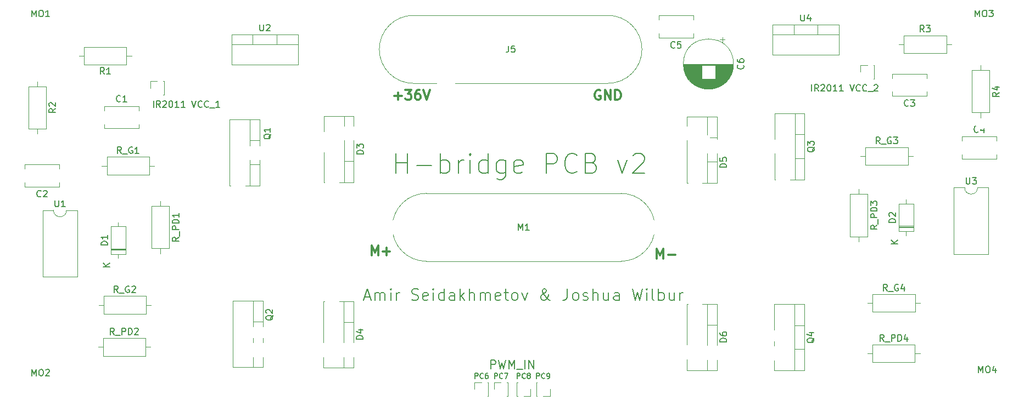
<source format=gto>
G04 #@! TF.GenerationSoftware,KiCad,Pcbnew,8.0.6*
G04 #@! TF.CreationDate,2024-11-01T15:42:23-04:00*
G04 #@! TF.ProjectId,H_Bridge_KiCAD,485f4272-6964-4676-955f-4b694341442e,rev?*
G04 #@! TF.SameCoordinates,Original*
G04 #@! TF.FileFunction,Legend,Top*
G04 #@! TF.FilePolarity,Positive*
%FSLAX46Y46*%
G04 Gerber Fmt 4.6, Leading zero omitted, Abs format (unit mm)*
G04 Created by KiCad (PCBNEW 8.0.6) date 2024-11-01 15:42:23*
%MOMM*%
%LPD*%
G01*
G04 APERTURE LIST*
%ADD10C,0.300000*%
%ADD11C,0.200000*%
%ADD12C,0.150000*%
%ADD13C,0.120000*%
%ADD14C,0.100000*%
%ADD15R,2.000000X2.000000*%
%ADD16O,2.000000X2.000000*%
%ADD17C,10.160000*%
%ADD18R,2.000000X1.905000*%
%ADD19O,2.000000X1.905000*%
%ADD20C,1.600000*%
%ADD21O,1.600000X1.600000*%
%ADD22R,1.905000X2.000000*%
%ADD23O,1.905000X2.000000*%
%ADD24R,1.600000X1.600000*%
%ADD25R,1.350000X1.350000*%
%ADD26C,2.100000*%
G04 APERTURE END LIST*
D10*
X125054510Y-97300828D02*
X125054510Y-95800828D01*
X125054510Y-95800828D02*
X125554510Y-96872257D01*
X125554510Y-96872257D02*
X126054510Y-95800828D01*
X126054510Y-95800828D02*
X126054510Y-97300828D01*
X126768796Y-96729400D02*
X127911654Y-96729400D01*
X127340225Y-97300828D02*
X127340225Y-96157971D01*
X169054510Y-97800828D02*
X169054510Y-96300828D01*
X169054510Y-96300828D02*
X169554510Y-97372257D01*
X169554510Y-97372257D02*
X170054510Y-96300828D01*
X170054510Y-96300828D02*
X170054510Y-97800828D01*
X170768796Y-97229400D02*
X171911654Y-97229400D01*
D11*
X123974435Y-103755028D02*
X124831578Y-103755028D01*
X123803006Y-104269314D02*
X124403006Y-102469314D01*
X124403006Y-102469314D02*
X125003006Y-104269314D01*
X125603006Y-104269314D02*
X125603006Y-103069314D01*
X125603006Y-103240742D02*
X125688720Y-103155028D01*
X125688720Y-103155028D02*
X125860149Y-103069314D01*
X125860149Y-103069314D02*
X126117292Y-103069314D01*
X126117292Y-103069314D02*
X126288720Y-103155028D01*
X126288720Y-103155028D02*
X126374435Y-103326457D01*
X126374435Y-103326457D02*
X126374435Y-104269314D01*
X126374435Y-103326457D02*
X126460149Y-103155028D01*
X126460149Y-103155028D02*
X126631577Y-103069314D01*
X126631577Y-103069314D02*
X126888720Y-103069314D01*
X126888720Y-103069314D02*
X127060149Y-103155028D01*
X127060149Y-103155028D02*
X127145863Y-103326457D01*
X127145863Y-103326457D02*
X127145863Y-104269314D01*
X128003006Y-104269314D02*
X128003006Y-103069314D01*
X128003006Y-102469314D02*
X127917292Y-102555028D01*
X127917292Y-102555028D02*
X128003006Y-102640742D01*
X128003006Y-102640742D02*
X128088720Y-102555028D01*
X128088720Y-102555028D02*
X128003006Y-102469314D01*
X128003006Y-102469314D02*
X128003006Y-102640742D01*
X128860149Y-104269314D02*
X128860149Y-103069314D01*
X128860149Y-103412171D02*
X128945863Y-103240742D01*
X128945863Y-103240742D02*
X129031578Y-103155028D01*
X129031578Y-103155028D02*
X129203006Y-103069314D01*
X129203006Y-103069314D02*
X129374435Y-103069314D01*
X131260150Y-104183600D02*
X131517293Y-104269314D01*
X131517293Y-104269314D02*
X131945864Y-104269314D01*
X131945864Y-104269314D02*
X132117293Y-104183600D01*
X132117293Y-104183600D02*
X132203007Y-104097885D01*
X132203007Y-104097885D02*
X132288721Y-103926457D01*
X132288721Y-103926457D02*
X132288721Y-103755028D01*
X132288721Y-103755028D02*
X132203007Y-103583600D01*
X132203007Y-103583600D02*
X132117293Y-103497885D01*
X132117293Y-103497885D02*
X131945864Y-103412171D01*
X131945864Y-103412171D02*
X131603007Y-103326457D01*
X131603007Y-103326457D02*
X131431578Y-103240742D01*
X131431578Y-103240742D02*
X131345864Y-103155028D01*
X131345864Y-103155028D02*
X131260150Y-102983600D01*
X131260150Y-102983600D02*
X131260150Y-102812171D01*
X131260150Y-102812171D02*
X131345864Y-102640742D01*
X131345864Y-102640742D02*
X131431578Y-102555028D01*
X131431578Y-102555028D02*
X131603007Y-102469314D01*
X131603007Y-102469314D02*
X132031578Y-102469314D01*
X132031578Y-102469314D02*
X132288721Y-102555028D01*
X133745864Y-104183600D02*
X133574436Y-104269314D01*
X133574436Y-104269314D02*
X133231579Y-104269314D01*
X133231579Y-104269314D02*
X133060150Y-104183600D01*
X133060150Y-104183600D02*
X132974436Y-104012171D01*
X132974436Y-104012171D02*
X132974436Y-103326457D01*
X132974436Y-103326457D02*
X133060150Y-103155028D01*
X133060150Y-103155028D02*
X133231579Y-103069314D01*
X133231579Y-103069314D02*
X133574436Y-103069314D01*
X133574436Y-103069314D02*
X133745864Y-103155028D01*
X133745864Y-103155028D02*
X133831579Y-103326457D01*
X133831579Y-103326457D02*
X133831579Y-103497885D01*
X133831579Y-103497885D02*
X132974436Y-103669314D01*
X134603007Y-104269314D02*
X134603007Y-103069314D01*
X134603007Y-102469314D02*
X134517293Y-102555028D01*
X134517293Y-102555028D02*
X134603007Y-102640742D01*
X134603007Y-102640742D02*
X134688721Y-102555028D01*
X134688721Y-102555028D02*
X134603007Y-102469314D01*
X134603007Y-102469314D02*
X134603007Y-102640742D01*
X136231579Y-104269314D02*
X136231579Y-102469314D01*
X136231579Y-104183600D02*
X136060150Y-104269314D01*
X136060150Y-104269314D02*
X135717293Y-104269314D01*
X135717293Y-104269314D02*
X135545864Y-104183600D01*
X135545864Y-104183600D02*
X135460150Y-104097885D01*
X135460150Y-104097885D02*
X135374436Y-103926457D01*
X135374436Y-103926457D02*
X135374436Y-103412171D01*
X135374436Y-103412171D02*
X135460150Y-103240742D01*
X135460150Y-103240742D02*
X135545864Y-103155028D01*
X135545864Y-103155028D02*
X135717293Y-103069314D01*
X135717293Y-103069314D02*
X136060150Y-103069314D01*
X136060150Y-103069314D02*
X136231579Y-103155028D01*
X137860150Y-104269314D02*
X137860150Y-103326457D01*
X137860150Y-103326457D02*
X137774435Y-103155028D01*
X137774435Y-103155028D02*
X137603007Y-103069314D01*
X137603007Y-103069314D02*
X137260150Y-103069314D01*
X137260150Y-103069314D02*
X137088721Y-103155028D01*
X137860150Y-104183600D02*
X137688721Y-104269314D01*
X137688721Y-104269314D02*
X137260150Y-104269314D01*
X137260150Y-104269314D02*
X137088721Y-104183600D01*
X137088721Y-104183600D02*
X137003007Y-104012171D01*
X137003007Y-104012171D02*
X137003007Y-103840742D01*
X137003007Y-103840742D02*
X137088721Y-103669314D01*
X137088721Y-103669314D02*
X137260150Y-103583600D01*
X137260150Y-103583600D02*
X137688721Y-103583600D01*
X137688721Y-103583600D02*
X137860150Y-103497885D01*
X138717292Y-104269314D02*
X138717292Y-102469314D01*
X138888721Y-103583600D02*
X139403006Y-104269314D01*
X139403006Y-103069314D02*
X138717292Y-103755028D01*
X140174435Y-104269314D02*
X140174435Y-102469314D01*
X140945864Y-104269314D02*
X140945864Y-103326457D01*
X140945864Y-103326457D02*
X140860149Y-103155028D01*
X140860149Y-103155028D02*
X140688721Y-103069314D01*
X140688721Y-103069314D02*
X140431578Y-103069314D01*
X140431578Y-103069314D02*
X140260149Y-103155028D01*
X140260149Y-103155028D02*
X140174435Y-103240742D01*
X141803006Y-104269314D02*
X141803006Y-103069314D01*
X141803006Y-103240742D02*
X141888720Y-103155028D01*
X141888720Y-103155028D02*
X142060149Y-103069314D01*
X142060149Y-103069314D02*
X142317292Y-103069314D01*
X142317292Y-103069314D02*
X142488720Y-103155028D01*
X142488720Y-103155028D02*
X142574435Y-103326457D01*
X142574435Y-103326457D02*
X142574435Y-104269314D01*
X142574435Y-103326457D02*
X142660149Y-103155028D01*
X142660149Y-103155028D02*
X142831577Y-103069314D01*
X142831577Y-103069314D02*
X143088720Y-103069314D01*
X143088720Y-103069314D02*
X143260149Y-103155028D01*
X143260149Y-103155028D02*
X143345863Y-103326457D01*
X143345863Y-103326457D02*
X143345863Y-104269314D01*
X144888720Y-104183600D02*
X144717292Y-104269314D01*
X144717292Y-104269314D02*
X144374435Y-104269314D01*
X144374435Y-104269314D02*
X144203006Y-104183600D01*
X144203006Y-104183600D02*
X144117292Y-104012171D01*
X144117292Y-104012171D02*
X144117292Y-103326457D01*
X144117292Y-103326457D02*
X144203006Y-103155028D01*
X144203006Y-103155028D02*
X144374435Y-103069314D01*
X144374435Y-103069314D02*
X144717292Y-103069314D01*
X144717292Y-103069314D02*
X144888720Y-103155028D01*
X144888720Y-103155028D02*
X144974435Y-103326457D01*
X144974435Y-103326457D02*
X144974435Y-103497885D01*
X144974435Y-103497885D02*
X144117292Y-103669314D01*
X145488720Y-103069314D02*
X146174434Y-103069314D01*
X145745863Y-102469314D02*
X145745863Y-104012171D01*
X145745863Y-104012171D02*
X145831577Y-104183600D01*
X145831577Y-104183600D02*
X146003006Y-104269314D01*
X146003006Y-104269314D02*
X146174434Y-104269314D01*
X147031577Y-104269314D02*
X146860148Y-104183600D01*
X146860148Y-104183600D02*
X146774434Y-104097885D01*
X146774434Y-104097885D02*
X146688720Y-103926457D01*
X146688720Y-103926457D02*
X146688720Y-103412171D01*
X146688720Y-103412171D02*
X146774434Y-103240742D01*
X146774434Y-103240742D02*
X146860148Y-103155028D01*
X146860148Y-103155028D02*
X147031577Y-103069314D01*
X147031577Y-103069314D02*
X147288720Y-103069314D01*
X147288720Y-103069314D02*
X147460148Y-103155028D01*
X147460148Y-103155028D02*
X147545863Y-103240742D01*
X147545863Y-103240742D02*
X147631577Y-103412171D01*
X147631577Y-103412171D02*
X147631577Y-103926457D01*
X147631577Y-103926457D02*
X147545863Y-104097885D01*
X147545863Y-104097885D02*
X147460148Y-104183600D01*
X147460148Y-104183600D02*
X147288720Y-104269314D01*
X147288720Y-104269314D02*
X147031577Y-104269314D01*
X148231576Y-103069314D02*
X148660148Y-104269314D01*
X148660148Y-104269314D02*
X149088719Y-103069314D01*
X152603006Y-104269314D02*
X152517292Y-104269314D01*
X152517292Y-104269314D02*
X152345863Y-104183600D01*
X152345863Y-104183600D02*
X152088720Y-103926457D01*
X152088720Y-103926457D02*
X151660149Y-103412171D01*
X151660149Y-103412171D02*
X151488720Y-103155028D01*
X151488720Y-103155028D02*
X151403006Y-102897885D01*
X151403006Y-102897885D02*
X151403006Y-102726457D01*
X151403006Y-102726457D02*
X151488720Y-102555028D01*
X151488720Y-102555028D02*
X151660149Y-102469314D01*
X151660149Y-102469314D02*
X151745863Y-102469314D01*
X151745863Y-102469314D02*
X151917292Y-102555028D01*
X151917292Y-102555028D02*
X152003006Y-102726457D01*
X152003006Y-102726457D02*
X152003006Y-102812171D01*
X152003006Y-102812171D02*
X151917292Y-102983600D01*
X151917292Y-102983600D02*
X151831577Y-103069314D01*
X151831577Y-103069314D02*
X151317292Y-103412171D01*
X151317292Y-103412171D02*
X151231577Y-103497885D01*
X151231577Y-103497885D02*
X151145863Y-103669314D01*
X151145863Y-103669314D02*
X151145863Y-103926457D01*
X151145863Y-103926457D02*
X151231577Y-104097885D01*
X151231577Y-104097885D02*
X151317292Y-104183600D01*
X151317292Y-104183600D02*
X151488720Y-104269314D01*
X151488720Y-104269314D02*
X151745863Y-104269314D01*
X151745863Y-104269314D02*
X151917292Y-104183600D01*
X151917292Y-104183600D02*
X152003006Y-104097885D01*
X152003006Y-104097885D02*
X152260149Y-103755028D01*
X152260149Y-103755028D02*
X152345863Y-103497885D01*
X152345863Y-103497885D02*
X152345863Y-103326457D01*
X155260149Y-102469314D02*
X155260149Y-103755028D01*
X155260149Y-103755028D02*
X155174434Y-104012171D01*
X155174434Y-104012171D02*
X155003006Y-104183600D01*
X155003006Y-104183600D02*
X154745863Y-104269314D01*
X154745863Y-104269314D02*
X154574434Y-104269314D01*
X156374435Y-104269314D02*
X156203006Y-104183600D01*
X156203006Y-104183600D02*
X156117292Y-104097885D01*
X156117292Y-104097885D02*
X156031578Y-103926457D01*
X156031578Y-103926457D02*
X156031578Y-103412171D01*
X156031578Y-103412171D02*
X156117292Y-103240742D01*
X156117292Y-103240742D02*
X156203006Y-103155028D01*
X156203006Y-103155028D02*
X156374435Y-103069314D01*
X156374435Y-103069314D02*
X156631578Y-103069314D01*
X156631578Y-103069314D02*
X156803006Y-103155028D01*
X156803006Y-103155028D02*
X156888721Y-103240742D01*
X156888721Y-103240742D02*
X156974435Y-103412171D01*
X156974435Y-103412171D02*
X156974435Y-103926457D01*
X156974435Y-103926457D02*
X156888721Y-104097885D01*
X156888721Y-104097885D02*
X156803006Y-104183600D01*
X156803006Y-104183600D02*
X156631578Y-104269314D01*
X156631578Y-104269314D02*
X156374435Y-104269314D01*
X157660149Y-104183600D02*
X157831577Y-104269314D01*
X157831577Y-104269314D02*
X158174434Y-104269314D01*
X158174434Y-104269314D02*
X158345863Y-104183600D01*
X158345863Y-104183600D02*
X158431577Y-104012171D01*
X158431577Y-104012171D02*
X158431577Y-103926457D01*
X158431577Y-103926457D02*
X158345863Y-103755028D01*
X158345863Y-103755028D02*
X158174434Y-103669314D01*
X158174434Y-103669314D02*
X157917292Y-103669314D01*
X157917292Y-103669314D02*
X157745863Y-103583600D01*
X157745863Y-103583600D02*
X157660149Y-103412171D01*
X157660149Y-103412171D02*
X157660149Y-103326457D01*
X157660149Y-103326457D02*
X157745863Y-103155028D01*
X157745863Y-103155028D02*
X157917292Y-103069314D01*
X157917292Y-103069314D02*
X158174434Y-103069314D01*
X158174434Y-103069314D02*
X158345863Y-103155028D01*
X159203006Y-104269314D02*
X159203006Y-102469314D01*
X159974435Y-104269314D02*
X159974435Y-103326457D01*
X159974435Y-103326457D02*
X159888720Y-103155028D01*
X159888720Y-103155028D02*
X159717292Y-103069314D01*
X159717292Y-103069314D02*
X159460149Y-103069314D01*
X159460149Y-103069314D02*
X159288720Y-103155028D01*
X159288720Y-103155028D02*
X159203006Y-103240742D01*
X161603006Y-103069314D02*
X161603006Y-104269314D01*
X160831577Y-103069314D02*
X160831577Y-104012171D01*
X160831577Y-104012171D02*
X160917291Y-104183600D01*
X160917291Y-104183600D02*
X161088720Y-104269314D01*
X161088720Y-104269314D02*
X161345863Y-104269314D01*
X161345863Y-104269314D02*
X161517291Y-104183600D01*
X161517291Y-104183600D02*
X161603006Y-104097885D01*
X163231577Y-104269314D02*
X163231577Y-103326457D01*
X163231577Y-103326457D02*
X163145862Y-103155028D01*
X163145862Y-103155028D02*
X162974434Y-103069314D01*
X162974434Y-103069314D02*
X162631577Y-103069314D01*
X162631577Y-103069314D02*
X162460148Y-103155028D01*
X163231577Y-104183600D02*
X163060148Y-104269314D01*
X163060148Y-104269314D02*
X162631577Y-104269314D01*
X162631577Y-104269314D02*
X162460148Y-104183600D01*
X162460148Y-104183600D02*
X162374434Y-104012171D01*
X162374434Y-104012171D02*
X162374434Y-103840742D01*
X162374434Y-103840742D02*
X162460148Y-103669314D01*
X162460148Y-103669314D02*
X162631577Y-103583600D01*
X162631577Y-103583600D02*
X163060148Y-103583600D01*
X163060148Y-103583600D02*
X163231577Y-103497885D01*
X165288719Y-102469314D02*
X165717291Y-104269314D01*
X165717291Y-104269314D02*
X166060148Y-102983600D01*
X166060148Y-102983600D02*
X166403005Y-104269314D01*
X166403005Y-104269314D02*
X166831577Y-102469314D01*
X167517291Y-104269314D02*
X167517291Y-103069314D01*
X167517291Y-102469314D02*
X167431577Y-102555028D01*
X167431577Y-102555028D02*
X167517291Y-102640742D01*
X167517291Y-102640742D02*
X167603005Y-102555028D01*
X167603005Y-102555028D02*
X167517291Y-102469314D01*
X167517291Y-102469314D02*
X167517291Y-102640742D01*
X168631577Y-104269314D02*
X168460148Y-104183600D01*
X168460148Y-104183600D02*
X168374434Y-104012171D01*
X168374434Y-104012171D02*
X168374434Y-102469314D01*
X169317291Y-104269314D02*
X169317291Y-102469314D01*
X169317291Y-103155028D02*
X169488720Y-103069314D01*
X169488720Y-103069314D02*
X169831577Y-103069314D01*
X169831577Y-103069314D02*
X170003005Y-103155028D01*
X170003005Y-103155028D02*
X170088720Y-103240742D01*
X170088720Y-103240742D02*
X170174434Y-103412171D01*
X170174434Y-103412171D02*
X170174434Y-103926457D01*
X170174434Y-103926457D02*
X170088720Y-104097885D01*
X170088720Y-104097885D02*
X170003005Y-104183600D01*
X170003005Y-104183600D02*
X169831577Y-104269314D01*
X169831577Y-104269314D02*
X169488720Y-104269314D01*
X169488720Y-104269314D02*
X169317291Y-104183600D01*
X171717291Y-103069314D02*
X171717291Y-104269314D01*
X170945862Y-103069314D02*
X170945862Y-104012171D01*
X170945862Y-104012171D02*
X171031576Y-104183600D01*
X171031576Y-104183600D02*
X171203005Y-104269314D01*
X171203005Y-104269314D02*
X171460148Y-104269314D01*
X171460148Y-104269314D02*
X171631576Y-104183600D01*
X171631576Y-104183600D02*
X171717291Y-104097885D01*
X172574433Y-104269314D02*
X172574433Y-103069314D01*
X172574433Y-103412171D02*
X172660147Y-103240742D01*
X172660147Y-103240742D02*
X172745862Y-103155028D01*
X172745862Y-103155028D02*
X172917290Y-103069314D01*
X172917290Y-103069314D02*
X173088719Y-103069314D01*
X128845863Y-84622457D02*
X128845863Y-81622457D01*
X128845863Y-83051028D02*
X130560149Y-83051028D01*
X130560149Y-84622457D02*
X130560149Y-81622457D01*
X131988720Y-83479600D02*
X134274435Y-83479600D01*
X135703006Y-84622457D02*
X135703006Y-81622457D01*
X135703006Y-82765314D02*
X135988721Y-82622457D01*
X135988721Y-82622457D02*
X136560149Y-82622457D01*
X136560149Y-82622457D02*
X136845863Y-82765314D01*
X136845863Y-82765314D02*
X136988721Y-82908171D01*
X136988721Y-82908171D02*
X137131578Y-83193885D01*
X137131578Y-83193885D02*
X137131578Y-84051028D01*
X137131578Y-84051028D02*
X136988721Y-84336742D01*
X136988721Y-84336742D02*
X136845863Y-84479600D01*
X136845863Y-84479600D02*
X136560149Y-84622457D01*
X136560149Y-84622457D02*
X135988721Y-84622457D01*
X135988721Y-84622457D02*
X135703006Y-84479600D01*
X138417292Y-84622457D02*
X138417292Y-82622457D01*
X138417292Y-83193885D02*
X138560149Y-82908171D01*
X138560149Y-82908171D02*
X138703007Y-82765314D01*
X138703007Y-82765314D02*
X138988721Y-82622457D01*
X138988721Y-82622457D02*
X139274435Y-82622457D01*
X140274435Y-84622457D02*
X140274435Y-82622457D01*
X140274435Y-81622457D02*
X140131578Y-81765314D01*
X140131578Y-81765314D02*
X140274435Y-81908171D01*
X140274435Y-81908171D02*
X140417292Y-81765314D01*
X140417292Y-81765314D02*
X140274435Y-81622457D01*
X140274435Y-81622457D02*
X140274435Y-81908171D01*
X142988721Y-84622457D02*
X142988721Y-81622457D01*
X142988721Y-84479600D02*
X142703006Y-84622457D01*
X142703006Y-84622457D02*
X142131578Y-84622457D01*
X142131578Y-84622457D02*
X141845863Y-84479600D01*
X141845863Y-84479600D02*
X141703006Y-84336742D01*
X141703006Y-84336742D02*
X141560149Y-84051028D01*
X141560149Y-84051028D02*
X141560149Y-83193885D01*
X141560149Y-83193885D02*
X141703006Y-82908171D01*
X141703006Y-82908171D02*
X141845863Y-82765314D01*
X141845863Y-82765314D02*
X142131578Y-82622457D01*
X142131578Y-82622457D02*
X142703006Y-82622457D01*
X142703006Y-82622457D02*
X142988721Y-82765314D01*
X145703007Y-82622457D02*
X145703007Y-85051028D01*
X145703007Y-85051028D02*
X145560149Y-85336742D01*
X145560149Y-85336742D02*
X145417292Y-85479600D01*
X145417292Y-85479600D02*
X145131578Y-85622457D01*
X145131578Y-85622457D02*
X144703007Y-85622457D01*
X144703007Y-85622457D02*
X144417292Y-85479600D01*
X145703007Y-84479600D02*
X145417292Y-84622457D01*
X145417292Y-84622457D02*
X144845864Y-84622457D01*
X144845864Y-84622457D02*
X144560149Y-84479600D01*
X144560149Y-84479600D02*
X144417292Y-84336742D01*
X144417292Y-84336742D02*
X144274435Y-84051028D01*
X144274435Y-84051028D02*
X144274435Y-83193885D01*
X144274435Y-83193885D02*
X144417292Y-82908171D01*
X144417292Y-82908171D02*
X144560149Y-82765314D01*
X144560149Y-82765314D02*
X144845864Y-82622457D01*
X144845864Y-82622457D02*
X145417292Y-82622457D01*
X145417292Y-82622457D02*
X145703007Y-82765314D01*
X148274435Y-84479600D02*
X147988721Y-84622457D01*
X147988721Y-84622457D02*
X147417293Y-84622457D01*
X147417293Y-84622457D02*
X147131578Y-84479600D01*
X147131578Y-84479600D02*
X146988721Y-84193885D01*
X146988721Y-84193885D02*
X146988721Y-83051028D01*
X146988721Y-83051028D02*
X147131578Y-82765314D01*
X147131578Y-82765314D02*
X147417293Y-82622457D01*
X147417293Y-82622457D02*
X147988721Y-82622457D01*
X147988721Y-82622457D02*
X148274435Y-82765314D01*
X148274435Y-82765314D02*
X148417293Y-83051028D01*
X148417293Y-83051028D02*
X148417293Y-83336742D01*
X148417293Y-83336742D02*
X146988721Y-83622457D01*
X151988721Y-84622457D02*
X151988721Y-81622457D01*
X151988721Y-81622457D02*
X153131578Y-81622457D01*
X153131578Y-81622457D02*
X153417293Y-81765314D01*
X153417293Y-81765314D02*
X153560150Y-81908171D01*
X153560150Y-81908171D02*
X153703007Y-82193885D01*
X153703007Y-82193885D02*
X153703007Y-82622457D01*
X153703007Y-82622457D02*
X153560150Y-82908171D01*
X153560150Y-82908171D02*
X153417293Y-83051028D01*
X153417293Y-83051028D02*
X153131578Y-83193885D01*
X153131578Y-83193885D02*
X151988721Y-83193885D01*
X156703007Y-84336742D02*
X156560150Y-84479600D01*
X156560150Y-84479600D02*
X156131578Y-84622457D01*
X156131578Y-84622457D02*
X155845864Y-84622457D01*
X155845864Y-84622457D02*
X155417293Y-84479600D01*
X155417293Y-84479600D02*
X155131578Y-84193885D01*
X155131578Y-84193885D02*
X154988721Y-83908171D01*
X154988721Y-83908171D02*
X154845864Y-83336742D01*
X154845864Y-83336742D02*
X154845864Y-82908171D01*
X154845864Y-82908171D02*
X154988721Y-82336742D01*
X154988721Y-82336742D02*
X155131578Y-82051028D01*
X155131578Y-82051028D02*
X155417293Y-81765314D01*
X155417293Y-81765314D02*
X155845864Y-81622457D01*
X155845864Y-81622457D02*
X156131578Y-81622457D01*
X156131578Y-81622457D02*
X156560150Y-81765314D01*
X156560150Y-81765314D02*
X156703007Y-81908171D01*
X158988721Y-83051028D02*
X159417293Y-83193885D01*
X159417293Y-83193885D02*
X159560150Y-83336742D01*
X159560150Y-83336742D02*
X159703007Y-83622457D01*
X159703007Y-83622457D02*
X159703007Y-84051028D01*
X159703007Y-84051028D02*
X159560150Y-84336742D01*
X159560150Y-84336742D02*
X159417293Y-84479600D01*
X159417293Y-84479600D02*
X159131578Y-84622457D01*
X159131578Y-84622457D02*
X157988721Y-84622457D01*
X157988721Y-84622457D02*
X157988721Y-81622457D01*
X157988721Y-81622457D02*
X158988721Y-81622457D01*
X158988721Y-81622457D02*
X159274436Y-81765314D01*
X159274436Y-81765314D02*
X159417293Y-81908171D01*
X159417293Y-81908171D02*
X159560150Y-82193885D01*
X159560150Y-82193885D02*
X159560150Y-82479600D01*
X159560150Y-82479600D02*
X159417293Y-82765314D01*
X159417293Y-82765314D02*
X159274436Y-82908171D01*
X159274436Y-82908171D02*
X158988721Y-83051028D01*
X158988721Y-83051028D02*
X157988721Y-83051028D01*
X162988721Y-82622457D02*
X163703007Y-84622457D01*
X163703007Y-84622457D02*
X164417292Y-82622457D01*
X165417292Y-81908171D02*
X165560149Y-81765314D01*
X165560149Y-81765314D02*
X165845864Y-81622457D01*
X165845864Y-81622457D02*
X166560149Y-81622457D01*
X166560149Y-81622457D02*
X166845864Y-81765314D01*
X166845864Y-81765314D02*
X166988721Y-81908171D01*
X166988721Y-81908171D02*
X167131578Y-82193885D01*
X167131578Y-82193885D02*
X167131578Y-82479600D01*
X167131578Y-82479600D02*
X166988721Y-82908171D01*
X166988721Y-82908171D02*
X165274435Y-84622457D01*
X165274435Y-84622457D02*
X167131578Y-84622457D01*
D10*
X160340225Y-71872257D02*
X160197368Y-71800828D01*
X160197368Y-71800828D02*
X159983082Y-71800828D01*
X159983082Y-71800828D02*
X159768796Y-71872257D01*
X159768796Y-71872257D02*
X159625939Y-72015114D01*
X159625939Y-72015114D02*
X159554510Y-72157971D01*
X159554510Y-72157971D02*
X159483082Y-72443685D01*
X159483082Y-72443685D02*
X159483082Y-72657971D01*
X159483082Y-72657971D02*
X159554510Y-72943685D01*
X159554510Y-72943685D02*
X159625939Y-73086542D01*
X159625939Y-73086542D02*
X159768796Y-73229400D01*
X159768796Y-73229400D02*
X159983082Y-73300828D01*
X159983082Y-73300828D02*
X160125939Y-73300828D01*
X160125939Y-73300828D02*
X160340225Y-73229400D01*
X160340225Y-73229400D02*
X160411653Y-73157971D01*
X160411653Y-73157971D02*
X160411653Y-72657971D01*
X160411653Y-72657971D02*
X160125939Y-72657971D01*
X161054510Y-73300828D02*
X161054510Y-71800828D01*
X161054510Y-71800828D02*
X161911653Y-73300828D01*
X161911653Y-73300828D02*
X161911653Y-71800828D01*
X162625939Y-73300828D02*
X162625939Y-71800828D01*
X162625939Y-71800828D02*
X162983082Y-71800828D01*
X162983082Y-71800828D02*
X163197368Y-71872257D01*
X163197368Y-71872257D02*
X163340225Y-72015114D01*
X163340225Y-72015114D02*
X163411654Y-72157971D01*
X163411654Y-72157971D02*
X163483082Y-72443685D01*
X163483082Y-72443685D02*
X163483082Y-72657971D01*
X163483082Y-72657971D02*
X163411654Y-72943685D01*
X163411654Y-72943685D02*
X163340225Y-73086542D01*
X163340225Y-73086542D02*
X163197368Y-73229400D01*
X163197368Y-73229400D02*
X162983082Y-73300828D01*
X162983082Y-73300828D02*
X162625939Y-73300828D01*
X128554510Y-72729400D02*
X129697368Y-72729400D01*
X129125939Y-73300828D02*
X129125939Y-72157971D01*
X130268796Y-71800828D02*
X131197368Y-71800828D01*
X131197368Y-71800828D02*
X130697368Y-72372257D01*
X130697368Y-72372257D02*
X130911653Y-72372257D01*
X130911653Y-72372257D02*
X131054511Y-72443685D01*
X131054511Y-72443685D02*
X131125939Y-72515114D01*
X131125939Y-72515114D02*
X131197368Y-72657971D01*
X131197368Y-72657971D02*
X131197368Y-73015114D01*
X131197368Y-73015114D02*
X131125939Y-73157971D01*
X131125939Y-73157971D02*
X131054511Y-73229400D01*
X131054511Y-73229400D02*
X130911653Y-73300828D01*
X130911653Y-73300828D02*
X130483082Y-73300828D01*
X130483082Y-73300828D02*
X130340225Y-73229400D01*
X130340225Y-73229400D02*
X130268796Y-73157971D01*
X132483082Y-71800828D02*
X132197367Y-71800828D01*
X132197367Y-71800828D02*
X132054510Y-71872257D01*
X132054510Y-71872257D02*
X131983082Y-71943685D01*
X131983082Y-71943685D02*
X131840224Y-72157971D01*
X131840224Y-72157971D02*
X131768796Y-72443685D01*
X131768796Y-72443685D02*
X131768796Y-73015114D01*
X131768796Y-73015114D02*
X131840224Y-73157971D01*
X131840224Y-73157971D02*
X131911653Y-73229400D01*
X131911653Y-73229400D02*
X132054510Y-73300828D01*
X132054510Y-73300828D02*
X132340224Y-73300828D01*
X132340224Y-73300828D02*
X132483082Y-73229400D01*
X132483082Y-73229400D02*
X132554510Y-73157971D01*
X132554510Y-73157971D02*
X132625939Y-73015114D01*
X132625939Y-73015114D02*
X132625939Y-72657971D01*
X132625939Y-72657971D02*
X132554510Y-72515114D01*
X132554510Y-72515114D02*
X132483082Y-72443685D01*
X132483082Y-72443685D02*
X132340224Y-72372257D01*
X132340224Y-72372257D02*
X132054510Y-72372257D01*
X132054510Y-72372257D02*
X131911653Y-72443685D01*
X131911653Y-72443685D02*
X131840224Y-72515114D01*
X131840224Y-72515114D02*
X131768796Y-72657971D01*
X133054510Y-71800828D02*
X133554510Y-73300828D01*
X133554510Y-73300828D02*
X134054510Y-71800828D01*
D11*
X143441101Y-114830504D02*
X143441101Y-113530504D01*
X143441101Y-113530504D02*
X143936339Y-113530504D01*
X143936339Y-113530504D02*
X144060149Y-113592409D01*
X144060149Y-113592409D02*
X144122054Y-113654314D01*
X144122054Y-113654314D02*
X144183958Y-113778123D01*
X144183958Y-113778123D02*
X144183958Y-113963838D01*
X144183958Y-113963838D02*
X144122054Y-114087647D01*
X144122054Y-114087647D02*
X144060149Y-114149552D01*
X144060149Y-114149552D02*
X143936339Y-114211457D01*
X143936339Y-114211457D02*
X143441101Y-114211457D01*
X144617292Y-113530504D02*
X144926816Y-114830504D01*
X144926816Y-114830504D02*
X145174435Y-113901933D01*
X145174435Y-113901933D02*
X145422054Y-114830504D01*
X145422054Y-114830504D02*
X145731578Y-113530504D01*
X146226815Y-114830504D02*
X146226815Y-113530504D01*
X146226815Y-113530504D02*
X146660149Y-114459076D01*
X146660149Y-114459076D02*
X147093482Y-113530504D01*
X147093482Y-113530504D02*
X147093482Y-114830504D01*
X147403006Y-114954314D02*
X148393482Y-114954314D01*
X148703005Y-114830504D02*
X148703005Y-113530504D01*
X149322053Y-114830504D02*
X149322053Y-113530504D01*
X149322053Y-113530504D02*
X150064910Y-114830504D01*
X150064910Y-114830504D02*
X150064910Y-113530504D01*
D12*
X179779819Y-110698094D02*
X178779819Y-110698094D01*
X178779819Y-110698094D02*
X178779819Y-110459999D01*
X178779819Y-110459999D02*
X178827438Y-110317142D01*
X178827438Y-110317142D02*
X178922676Y-110221904D01*
X178922676Y-110221904D02*
X179017914Y-110174285D01*
X179017914Y-110174285D02*
X179208390Y-110126666D01*
X179208390Y-110126666D02*
X179351247Y-110126666D01*
X179351247Y-110126666D02*
X179541723Y-110174285D01*
X179541723Y-110174285D02*
X179636961Y-110221904D01*
X179636961Y-110221904D02*
X179732200Y-110317142D01*
X179732200Y-110317142D02*
X179779819Y-110459999D01*
X179779819Y-110459999D02*
X179779819Y-110698094D01*
X178779819Y-109269523D02*
X178779819Y-109459999D01*
X178779819Y-109459999D02*
X178827438Y-109555237D01*
X178827438Y-109555237D02*
X178875057Y-109602856D01*
X178875057Y-109602856D02*
X179017914Y-109698094D01*
X179017914Y-109698094D02*
X179208390Y-109745713D01*
X179208390Y-109745713D02*
X179589342Y-109745713D01*
X179589342Y-109745713D02*
X179684580Y-109698094D01*
X179684580Y-109698094D02*
X179732200Y-109650475D01*
X179732200Y-109650475D02*
X179779819Y-109555237D01*
X179779819Y-109555237D02*
X179779819Y-109364761D01*
X179779819Y-109364761D02*
X179732200Y-109269523D01*
X179732200Y-109269523D02*
X179684580Y-109221904D01*
X179684580Y-109221904D02*
X179589342Y-109174285D01*
X179589342Y-109174285D02*
X179351247Y-109174285D01*
X179351247Y-109174285D02*
X179256009Y-109221904D01*
X179256009Y-109221904D02*
X179208390Y-109269523D01*
X179208390Y-109269523D02*
X179160771Y-109364761D01*
X179160771Y-109364761D02*
X179160771Y-109555237D01*
X179160771Y-109555237D02*
X179208390Y-109650475D01*
X179208390Y-109650475D02*
X179256009Y-109698094D01*
X179256009Y-109698094D02*
X179351247Y-109745713D01*
X146166666Y-64954819D02*
X146166666Y-65669104D01*
X146166666Y-65669104D02*
X146119047Y-65811961D01*
X146119047Y-65811961D02*
X146023809Y-65907200D01*
X146023809Y-65907200D02*
X145880952Y-65954819D01*
X145880952Y-65954819D02*
X145785714Y-65954819D01*
X147119047Y-64954819D02*
X146642857Y-64954819D01*
X146642857Y-64954819D02*
X146595238Y-65431009D01*
X146595238Y-65431009D02*
X146642857Y-65383390D01*
X146642857Y-65383390D02*
X146738095Y-65335771D01*
X146738095Y-65335771D02*
X146976190Y-65335771D01*
X146976190Y-65335771D02*
X147071428Y-65383390D01*
X147071428Y-65383390D02*
X147119047Y-65431009D01*
X147119047Y-65431009D02*
X147166666Y-65526247D01*
X147166666Y-65526247D02*
X147166666Y-65764342D01*
X147166666Y-65764342D02*
X147119047Y-65859580D01*
X147119047Y-65859580D02*
X147071428Y-65907200D01*
X147071428Y-65907200D02*
X146976190Y-65954819D01*
X146976190Y-65954819D02*
X146738095Y-65954819D01*
X146738095Y-65954819D02*
X146642857Y-65907200D01*
X146642857Y-65907200D02*
X146595238Y-65859580D01*
X109550057Y-78595238D02*
X109502438Y-78690476D01*
X109502438Y-78690476D02*
X109407200Y-78785714D01*
X109407200Y-78785714D02*
X109264342Y-78928571D01*
X109264342Y-78928571D02*
X109216723Y-79023809D01*
X109216723Y-79023809D02*
X109216723Y-79119047D01*
X109454819Y-79071428D02*
X109407200Y-79166666D01*
X109407200Y-79166666D02*
X109311961Y-79261904D01*
X109311961Y-79261904D02*
X109121485Y-79309523D01*
X109121485Y-79309523D02*
X108788152Y-79309523D01*
X108788152Y-79309523D02*
X108597676Y-79261904D01*
X108597676Y-79261904D02*
X108502438Y-79166666D01*
X108502438Y-79166666D02*
X108454819Y-79071428D01*
X108454819Y-79071428D02*
X108454819Y-78880952D01*
X108454819Y-78880952D02*
X108502438Y-78785714D01*
X108502438Y-78785714D02*
X108597676Y-78690476D01*
X108597676Y-78690476D02*
X108788152Y-78642857D01*
X108788152Y-78642857D02*
X109121485Y-78642857D01*
X109121485Y-78642857D02*
X109311961Y-78690476D01*
X109311961Y-78690476D02*
X109407200Y-78785714D01*
X109407200Y-78785714D02*
X109454819Y-78880952D01*
X109454819Y-78880952D02*
X109454819Y-79071428D01*
X109454819Y-77690476D02*
X109454819Y-78261904D01*
X109454819Y-77976190D02*
X108454819Y-77976190D01*
X108454819Y-77976190D02*
X108597676Y-78071428D01*
X108597676Y-78071428D02*
X108692914Y-78166666D01*
X108692914Y-78166666D02*
X108740533Y-78261904D01*
X123779819Y-81658094D02*
X122779819Y-81658094D01*
X122779819Y-81658094D02*
X122779819Y-81419999D01*
X122779819Y-81419999D02*
X122827438Y-81277142D01*
X122827438Y-81277142D02*
X122922676Y-81181904D01*
X122922676Y-81181904D02*
X123017914Y-81134285D01*
X123017914Y-81134285D02*
X123208390Y-81086666D01*
X123208390Y-81086666D02*
X123351247Y-81086666D01*
X123351247Y-81086666D02*
X123541723Y-81134285D01*
X123541723Y-81134285D02*
X123636961Y-81181904D01*
X123636961Y-81181904D02*
X123732200Y-81277142D01*
X123732200Y-81277142D02*
X123779819Y-81419999D01*
X123779819Y-81419999D02*
X123779819Y-81658094D01*
X122779819Y-80753332D02*
X122779819Y-80134285D01*
X122779819Y-80134285D02*
X123160771Y-80467618D01*
X123160771Y-80467618D02*
X123160771Y-80324761D01*
X123160771Y-80324761D02*
X123208390Y-80229523D01*
X123208390Y-80229523D02*
X123256009Y-80181904D01*
X123256009Y-80181904D02*
X123351247Y-80134285D01*
X123351247Y-80134285D02*
X123589342Y-80134285D01*
X123589342Y-80134285D02*
X123684580Y-80181904D01*
X123684580Y-80181904D02*
X123732200Y-80229523D01*
X123732200Y-80229523D02*
X123779819Y-80324761D01*
X123779819Y-80324761D02*
X123779819Y-80610475D01*
X123779819Y-80610475D02*
X123732200Y-80705713D01*
X123732200Y-80705713D02*
X123684580Y-80753332D01*
X204552380Y-102804819D02*
X204219047Y-102328628D01*
X203980952Y-102804819D02*
X203980952Y-101804819D01*
X203980952Y-101804819D02*
X204361904Y-101804819D01*
X204361904Y-101804819D02*
X204457142Y-101852438D01*
X204457142Y-101852438D02*
X204504761Y-101900057D01*
X204504761Y-101900057D02*
X204552380Y-101995295D01*
X204552380Y-101995295D02*
X204552380Y-102138152D01*
X204552380Y-102138152D02*
X204504761Y-102233390D01*
X204504761Y-102233390D02*
X204457142Y-102281009D01*
X204457142Y-102281009D02*
X204361904Y-102328628D01*
X204361904Y-102328628D02*
X203980952Y-102328628D01*
X204742857Y-102900057D02*
X205504761Y-102900057D01*
X206266666Y-101852438D02*
X206171428Y-101804819D01*
X206171428Y-101804819D02*
X206028571Y-101804819D01*
X206028571Y-101804819D02*
X205885714Y-101852438D01*
X205885714Y-101852438D02*
X205790476Y-101947676D01*
X205790476Y-101947676D02*
X205742857Y-102042914D01*
X205742857Y-102042914D02*
X205695238Y-102233390D01*
X205695238Y-102233390D02*
X205695238Y-102376247D01*
X205695238Y-102376247D02*
X205742857Y-102566723D01*
X205742857Y-102566723D02*
X205790476Y-102661961D01*
X205790476Y-102661961D02*
X205885714Y-102757200D01*
X205885714Y-102757200D02*
X206028571Y-102804819D01*
X206028571Y-102804819D02*
X206123809Y-102804819D01*
X206123809Y-102804819D02*
X206266666Y-102757200D01*
X206266666Y-102757200D02*
X206314285Y-102709580D01*
X206314285Y-102709580D02*
X206314285Y-102376247D01*
X206314285Y-102376247D02*
X206123809Y-102376247D01*
X207171428Y-102138152D02*
X207171428Y-102804819D01*
X206933333Y-101757200D02*
X206695238Y-102471485D01*
X206695238Y-102471485D02*
X207314285Y-102471485D01*
X218583333Y-78229580D02*
X218535714Y-78277200D01*
X218535714Y-78277200D02*
X218392857Y-78324819D01*
X218392857Y-78324819D02*
X218297619Y-78324819D01*
X218297619Y-78324819D02*
X218154762Y-78277200D01*
X218154762Y-78277200D02*
X218059524Y-78181961D01*
X218059524Y-78181961D02*
X218011905Y-78086723D01*
X218011905Y-78086723D02*
X217964286Y-77896247D01*
X217964286Y-77896247D02*
X217964286Y-77753390D01*
X217964286Y-77753390D02*
X218011905Y-77562914D01*
X218011905Y-77562914D02*
X218059524Y-77467676D01*
X218059524Y-77467676D02*
X218154762Y-77372438D01*
X218154762Y-77372438D02*
X218297619Y-77324819D01*
X218297619Y-77324819D02*
X218392857Y-77324819D01*
X218392857Y-77324819D02*
X218535714Y-77372438D01*
X218535714Y-77372438D02*
X218583333Y-77420057D01*
X219440476Y-77658152D02*
X219440476Y-78324819D01*
X219202381Y-77277200D02*
X218964286Y-77991485D01*
X218964286Y-77991485D02*
X219583333Y-77991485D01*
X107833095Y-61644819D02*
X107833095Y-62454342D01*
X107833095Y-62454342D02*
X107880714Y-62549580D01*
X107880714Y-62549580D02*
X107928333Y-62597200D01*
X107928333Y-62597200D02*
X108023571Y-62644819D01*
X108023571Y-62644819D02*
X108214047Y-62644819D01*
X108214047Y-62644819D02*
X108309285Y-62597200D01*
X108309285Y-62597200D02*
X108356904Y-62549580D01*
X108356904Y-62549580D02*
X108404523Y-62454342D01*
X108404523Y-62454342D02*
X108404523Y-61644819D01*
X108833095Y-61740057D02*
X108880714Y-61692438D01*
X108880714Y-61692438D02*
X108975952Y-61644819D01*
X108975952Y-61644819D02*
X109214047Y-61644819D01*
X109214047Y-61644819D02*
X109309285Y-61692438D01*
X109309285Y-61692438D02*
X109356904Y-61740057D01*
X109356904Y-61740057D02*
X109404523Y-61835295D01*
X109404523Y-61835295D02*
X109404523Y-61930533D01*
X109404523Y-61930533D02*
X109356904Y-62073390D01*
X109356904Y-62073390D02*
X108785476Y-62644819D01*
X108785476Y-62644819D02*
X109404523Y-62644819D01*
X207833333Y-74209580D02*
X207785714Y-74257200D01*
X207785714Y-74257200D02*
X207642857Y-74304819D01*
X207642857Y-74304819D02*
X207547619Y-74304819D01*
X207547619Y-74304819D02*
X207404762Y-74257200D01*
X207404762Y-74257200D02*
X207309524Y-74161961D01*
X207309524Y-74161961D02*
X207261905Y-74066723D01*
X207261905Y-74066723D02*
X207214286Y-73876247D01*
X207214286Y-73876247D02*
X207214286Y-73733390D01*
X207214286Y-73733390D02*
X207261905Y-73542914D01*
X207261905Y-73542914D02*
X207309524Y-73447676D01*
X207309524Y-73447676D02*
X207404762Y-73352438D01*
X207404762Y-73352438D02*
X207547619Y-73304819D01*
X207547619Y-73304819D02*
X207642857Y-73304819D01*
X207642857Y-73304819D02*
X207785714Y-73352438D01*
X207785714Y-73352438D02*
X207833333Y-73400057D01*
X208166667Y-73304819D02*
X208785714Y-73304819D01*
X208785714Y-73304819D02*
X208452381Y-73685771D01*
X208452381Y-73685771D02*
X208595238Y-73685771D01*
X208595238Y-73685771D02*
X208690476Y-73733390D01*
X208690476Y-73733390D02*
X208738095Y-73781009D01*
X208738095Y-73781009D02*
X208785714Y-73876247D01*
X208785714Y-73876247D02*
X208785714Y-74114342D01*
X208785714Y-74114342D02*
X208738095Y-74209580D01*
X208738095Y-74209580D02*
X208690476Y-74257200D01*
X208690476Y-74257200D02*
X208595238Y-74304819D01*
X208595238Y-74304819D02*
X208309524Y-74304819D01*
X208309524Y-74304819D02*
X208214286Y-74257200D01*
X208214286Y-74257200D02*
X208166667Y-74209580D01*
X216748095Y-85324819D02*
X216748095Y-86134342D01*
X216748095Y-86134342D02*
X216795714Y-86229580D01*
X216795714Y-86229580D02*
X216843333Y-86277200D01*
X216843333Y-86277200D02*
X216938571Y-86324819D01*
X216938571Y-86324819D02*
X217129047Y-86324819D01*
X217129047Y-86324819D02*
X217224285Y-86277200D01*
X217224285Y-86277200D02*
X217271904Y-86229580D01*
X217271904Y-86229580D02*
X217319523Y-86134342D01*
X217319523Y-86134342D02*
X217319523Y-85324819D01*
X217700476Y-85324819D02*
X218319523Y-85324819D01*
X218319523Y-85324819D02*
X217986190Y-85705771D01*
X217986190Y-85705771D02*
X218129047Y-85705771D01*
X218129047Y-85705771D02*
X218224285Y-85753390D01*
X218224285Y-85753390D02*
X218271904Y-85801009D01*
X218271904Y-85801009D02*
X218319523Y-85896247D01*
X218319523Y-85896247D02*
X218319523Y-86134342D01*
X218319523Y-86134342D02*
X218271904Y-86229580D01*
X218271904Y-86229580D02*
X218224285Y-86277200D01*
X218224285Y-86277200D02*
X218129047Y-86324819D01*
X218129047Y-86324819D02*
X217843333Y-86324819D01*
X217843333Y-86324819D02*
X217748095Y-86277200D01*
X217748095Y-86277200D02*
X217700476Y-86229580D01*
X191238095Y-60129819D02*
X191238095Y-60939342D01*
X191238095Y-60939342D02*
X191285714Y-61034580D01*
X191285714Y-61034580D02*
X191333333Y-61082200D01*
X191333333Y-61082200D02*
X191428571Y-61129819D01*
X191428571Y-61129819D02*
X191619047Y-61129819D01*
X191619047Y-61129819D02*
X191714285Y-61082200D01*
X191714285Y-61082200D02*
X191761904Y-61034580D01*
X191761904Y-61034580D02*
X191809523Y-60939342D01*
X191809523Y-60939342D02*
X191809523Y-60129819D01*
X192714285Y-60463152D02*
X192714285Y-61129819D01*
X192476190Y-60082200D02*
X192238095Y-60796485D01*
X192238095Y-60796485D02*
X192857142Y-60796485D01*
X150509524Y-116362295D02*
X150509524Y-115562295D01*
X150509524Y-115562295D02*
X150814286Y-115562295D01*
X150814286Y-115562295D02*
X150890476Y-115600390D01*
X150890476Y-115600390D02*
X150928571Y-115638485D01*
X150928571Y-115638485D02*
X150966667Y-115714676D01*
X150966667Y-115714676D02*
X150966667Y-115828961D01*
X150966667Y-115828961D02*
X150928571Y-115905152D01*
X150928571Y-115905152D02*
X150890476Y-115943247D01*
X150890476Y-115943247D02*
X150814286Y-115981342D01*
X150814286Y-115981342D02*
X150509524Y-115981342D01*
X151766667Y-116286104D02*
X151728571Y-116324200D01*
X151728571Y-116324200D02*
X151614286Y-116362295D01*
X151614286Y-116362295D02*
X151538095Y-116362295D01*
X151538095Y-116362295D02*
X151423809Y-116324200D01*
X151423809Y-116324200D02*
X151347619Y-116248009D01*
X151347619Y-116248009D02*
X151309524Y-116171819D01*
X151309524Y-116171819D02*
X151271428Y-116019438D01*
X151271428Y-116019438D02*
X151271428Y-115905152D01*
X151271428Y-115905152D02*
X151309524Y-115752771D01*
X151309524Y-115752771D02*
X151347619Y-115676580D01*
X151347619Y-115676580D02*
X151423809Y-115600390D01*
X151423809Y-115600390D02*
X151538095Y-115562295D01*
X151538095Y-115562295D02*
X151614286Y-115562295D01*
X151614286Y-115562295D02*
X151728571Y-115600390D01*
X151728571Y-115600390D02*
X151766667Y-115638485D01*
X152147619Y-116362295D02*
X152300000Y-116362295D01*
X152300000Y-116362295D02*
X152376190Y-116324200D01*
X152376190Y-116324200D02*
X152414286Y-116286104D01*
X152414286Y-116286104D02*
X152490476Y-116171819D01*
X152490476Y-116171819D02*
X152528571Y-116019438D01*
X152528571Y-116019438D02*
X152528571Y-115714676D01*
X152528571Y-115714676D02*
X152490476Y-115638485D01*
X152490476Y-115638485D02*
X152452381Y-115600390D01*
X152452381Y-115600390D02*
X152376190Y-115562295D01*
X152376190Y-115562295D02*
X152223809Y-115562295D01*
X152223809Y-115562295D02*
X152147619Y-115600390D01*
X152147619Y-115600390D02*
X152109524Y-115638485D01*
X152109524Y-115638485D02*
X152071428Y-115714676D01*
X152071428Y-115714676D02*
X152071428Y-115905152D01*
X152071428Y-115905152D02*
X152109524Y-115981342D01*
X152109524Y-115981342D02*
X152147619Y-116019438D01*
X152147619Y-116019438D02*
X152223809Y-116057533D01*
X152223809Y-116057533D02*
X152376190Y-116057533D01*
X152376190Y-116057533D02*
X152452381Y-116019438D01*
X152452381Y-116019438D02*
X152490476Y-115981342D01*
X152490476Y-115981342D02*
X152528571Y-115905152D01*
X91428571Y-74454819D02*
X91428571Y-73454819D01*
X92476189Y-74454819D02*
X92142856Y-73978628D01*
X91904761Y-74454819D02*
X91904761Y-73454819D01*
X91904761Y-73454819D02*
X92285713Y-73454819D01*
X92285713Y-73454819D02*
X92380951Y-73502438D01*
X92380951Y-73502438D02*
X92428570Y-73550057D01*
X92428570Y-73550057D02*
X92476189Y-73645295D01*
X92476189Y-73645295D02*
X92476189Y-73788152D01*
X92476189Y-73788152D02*
X92428570Y-73883390D01*
X92428570Y-73883390D02*
X92380951Y-73931009D01*
X92380951Y-73931009D02*
X92285713Y-73978628D01*
X92285713Y-73978628D02*
X91904761Y-73978628D01*
X92857142Y-73550057D02*
X92904761Y-73502438D01*
X92904761Y-73502438D02*
X92999999Y-73454819D01*
X92999999Y-73454819D02*
X93238094Y-73454819D01*
X93238094Y-73454819D02*
X93333332Y-73502438D01*
X93333332Y-73502438D02*
X93380951Y-73550057D01*
X93380951Y-73550057D02*
X93428570Y-73645295D01*
X93428570Y-73645295D02*
X93428570Y-73740533D01*
X93428570Y-73740533D02*
X93380951Y-73883390D01*
X93380951Y-73883390D02*
X92809523Y-74454819D01*
X92809523Y-74454819D02*
X93428570Y-74454819D01*
X94047618Y-73454819D02*
X94142856Y-73454819D01*
X94142856Y-73454819D02*
X94238094Y-73502438D01*
X94238094Y-73502438D02*
X94285713Y-73550057D01*
X94285713Y-73550057D02*
X94333332Y-73645295D01*
X94333332Y-73645295D02*
X94380951Y-73835771D01*
X94380951Y-73835771D02*
X94380951Y-74073866D01*
X94380951Y-74073866D02*
X94333332Y-74264342D01*
X94333332Y-74264342D02*
X94285713Y-74359580D01*
X94285713Y-74359580D02*
X94238094Y-74407200D01*
X94238094Y-74407200D02*
X94142856Y-74454819D01*
X94142856Y-74454819D02*
X94047618Y-74454819D01*
X94047618Y-74454819D02*
X93952380Y-74407200D01*
X93952380Y-74407200D02*
X93904761Y-74359580D01*
X93904761Y-74359580D02*
X93857142Y-74264342D01*
X93857142Y-74264342D02*
X93809523Y-74073866D01*
X93809523Y-74073866D02*
X93809523Y-73835771D01*
X93809523Y-73835771D02*
X93857142Y-73645295D01*
X93857142Y-73645295D02*
X93904761Y-73550057D01*
X93904761Y-73550057D02*
X93952380Y-73502438D01*
X93952380Y-73502438D02*
X94047618Y-73454819D01*
X95333332Y-74454819D02*
X94761904Y-74454819D01*
X95047618Y-74454819D02*
X95047618Y-73454819D01*
X95047618Y-73454819D02*
X94952380Y-73597676D01*
X94952380Y-73597676D02*
X94857142Y-73692914D01*
X94857142Y-73692914D02*
X94761904Y-73740533D01*
X96285713Y-74454819D02*
X95714285Y-74454819D01*
X95999999Y-74454819D02*
X95999999Y-73454819D01*
X95999999Y-73454819D02*
X95904761Y-73597676D01*
X95904761Y-73597676D02*
X95809523Y-73692914D01*
X95809523Y-73692914D02*
X95714285Y-73740533D01*
X97333333Y-73454819D02*
X97666666Y-74454819D01*
X97666666Y-74454819D02*
X97999999Y-73454819D01*
X98904761Y-74359580D02*
X98857142Y-74407200D01*
X98857142Y-74407200D02*
X98714285Y-74454819D01*
X98714285Y-74454819D02*
X98619047Y-74454819D01*
X98619047Y-74454819D02*
X98476190Y-74407200D01*
X98476190Y-74407200D02*
X98380952Y-74311961D01*
X98380952Y-74311961D02*
X98333333Y-74216723D01*
X98333333Y-74216723D02*
X98285714Y-74026247D01*
X98285714Y-74026247D02*
X98285714Y-73883390D01*
X98285714Y-73883390D02*
X98333333Y-73692914D01*
X98333333Y-73692914D02*
X98380952Y-73597676D01*
X98380952Y-73597676D02*
X98476190Y-73502438D01*
X98476190Y-73502438D02*
X98619047Y-73454819D01*
X98619047Y-73454819D02*
X98714285Y-73454819D01*
X98714285Y-73454819D02*
X98857142Y-73502438D01*
X98857142Y-73502438D02*
X98904761Y-73550057D01*
X99904761Y-74359580D02*
X99857142Y-74407200D01*
X99857142Y-74407200D02*
X99714285Y-74454819D01*
X99714285Y-74454819D02*
X99619047Y-74454819D01*
X99619047Y-74454819D02*
X99476190Y-74407200D01*
X99476190Y-74407200D02*
X99380952Y-74311961D01*
X99380952Y-74311961D02*
X99333333Y-74216723D01*
X99333333Y-74216723D02*
X99285714Y-74026247D01*
X99285714Y-74026247D02*
X99285714Y-73883390D01*
X99285714Y-73883390D02*
X99333333Y-73692914D01*
X99333333Y-73692914D02*
X99380952Y-73597676D01*
X99380952Y-73597676D02*
X99476190Y-73502438D01*
X99476190Y-73502438D02*
X99619047Y-73454819D01*
X99619047Y-73454819D02*
X99714285Y-73454819D01*
X99714285Y-73454819D02*
X99857142Y-73502438D01*
X99857142Y-73502438D02*
X99904761Y-73550057D01*
X100095238Y-74550057D02*
X100857142Y-74550057D01*
X101619047Y-74454819D02*
X101047619Y-74454819D01*
X101333333Y-74454819D02*
X101333333Y-73454819D01*
X101333333Y-73454819D02*
X101238095Y-73597676D01*
X101238095Y-73597676D02*
X101142857Y-73692914D01*
X101142857Y-73692914D02*
X101047619Y-73740533D01*
X221824819Y-72166666D02*
X221348628Y-72499999D01*
X221824819Y-72738094D02*
X220824819Y-72738094D01*
X220824819Y-72738094D02*
X220824819Y-72357142D01*
X220824819Y-72357142D02*
X220872438Y-72261904D01*
X220872438Y-72261904D02*
X220920057Y-72214285D01*
X220920057Y-72214285D02*
X221015295Y-72166666D01*
X221015295Y-72166666D02*
X221158152Y-72166666D01*
X221158152Y-72166666D02*
X221253390Y-72214285D01*
X221253390Y-72214285D02*
X221301009Y-72261904D01*
X221301009Y-72261904D02*
X221348628Y-72357142D01*
X221348628Y-72357142D02*
X221348628Y-72738094D01*
X221158152Y-71309523D02*
X221824819Y-71309523D01*
X220777200Y-71547618D02*
X221491485Y-71785713D01*
X221491485Y-71785713D02*
X221491485Y-71166666D01*
X72666667Y-115954819D02*
X72666667Y-114954819D01*
X72666667Y-114954819D02*
X73000000Y-115669104D01*
X73000000Y-115669104D02*
X73333333Y-114954819D01*
X73333333Y-114954819D02*
X73333333Y-115954819D01*
X74000000Y-114954819D02*
X74190476Y-114954819D01*
X74190476Y-114954819D02*
X74285714Y-115002438D01*
X74285714Y-115002438D02*
X74380952Y-115097676D01*
X74380952Y-115097676D02*
X74428571Y-115288152D01*
X74428571Y-115288152D02*
X74428571Y-115621485D01*
X74428571Y-115621485D02*
X74380952Y-115811961D01*
X74380952Y-115811961D02*
X74285714Y-115907200D01*
X74285714Y-115907200D02*
X74190476Y-115954819D01*
X74190476Y-115954819D02*
X74000000Y-115954819D01*
X74000000Y-115954819D02*
X73904762Y-115907200D01*
X73904762Y-115907200D02*
X73809524Y-115811961D01*
X73809524Y-115811961D02*
X73761905Y-115621485D01*
X73761905Y-115621485D02*
X73761905Y-115288152D01*
X73761905Y-115288152D02*
X73809524Y-115097676D01*
X73809524Y-115097676D02*
X73904762Y-115002438D01*
X73904762Y-115002438D02*
X74000000Y-114954819D01*
X74809524Y-115050057D02*
X74857143Y-115002438D01*
X74857143Y-115002438D02*
X74952381Y-114954819D01*
X74952381Y-114954819D02*
X75190476Y-114954819D01*
X75190476Y-114954819D02*
X75285714Y-115002438D01*
X75285714Y-115002438D02*
X75333333Y-115050057D01*
X75333333Y-115050057D02*
X75380952Y-115145295D01*
X75380952Y-115145295D02*
X75380952Y-115240533D01*
X75380952Y-115240533D02*
X75333333Y-115383390D01*
X75333333Y-115383390D02*
X74761905Y-115954819D01*
X74761905Y-115954819D02*
X75380952Y-115954819D01*
X192928571Y-71954819D02*
X192928571Y-70954819D01*
X193976189Y-71954819D02*
X193642856Y-71478628D01*
X193404761Y-71954819D02*
X193404761Y-70954819D01*
X193404761Y-70954819D02*
X193785713Y-70954819D01*
X193785713Y-70954819D02*
X193880951Y-71002438D01*
X193880951Y-71002438D02*
X193928570Y-71050057D01*
X193928570Y-71050057D02*
X193976189Y-71145295D01*
X193976189Y-71145295D02*
X193976189Y-71288152D01*
X193976189Y-71288152D02*
X193928570Y-71383390D01*
X193928570Y-71383390D02*
X193880951Y-71431009D01*
X193880951Y-71431009D02*
X193785713Y-71478628D01*
X193785713Y-71478628D02*
X193404761Y-71478628D01*
X194357142Y-71050057D02*
X194404761Y-71002438D01*
X194404761Y-71002438D02*
X194499999Y-70954819D01*
X194499999Y-70954819D02*
X194738094Y-70954819D01*
X194738094Y-70954819D02*
X194833332Y-71002438D01*
X194833332Y-71002438D02*
X194880951Y-71050057D01*
X194880951Y-71050057D02*
X194928570Y-71145295D01*
X194928570Y-71145295D02*
X194928570Y-71240533D01*
X194928570Y-71240533D02*
X194880951Y-71383390D01*
X194880951Y-71383390D02*
X194309523Y-71954819D01*
X194309523Y-71954819D02*
X194928570Y-71954819D01*
X195547618Y-70954819D02*
X195642856Y-70954819D01*
X195642856Y-70954819D02*
X195738094Y-71002438D01*
X195738094Y-71002438D02*
X195785713Y-71050057D01*
X195785713Y-71050057D02*
X195833332Y-71145295D01*
X195833332Y-71145295D02*
X195880951Y-71335771D01*
X195880951Y-71335771D02*
X195880951Y-71573866D01*
X195880951Y-71573866D02*
X195833332Y-71764342D01*
X195833332Y-71764342D02*
X195785713Y-71859580D01*
X195785713Y-71859580D02*
X195738094Y-71907200D01*
X195738094Y-71907200D02*
X195642856Y-71954819D01*
X195642856Y-71954819D02*
X195547618Y-71954819D01*
X195547618Y-71954819D02*
X195452380Y-71907200D01*
X195452380Y-71907200D02*
X195404761Y-71859580D01*
X195404761Y-71859580D02*
X195357142Y-71764342D01*
X195357142Y-71764342D02*
X195309523Y-71573866D01*
X195309523Y-71573866D02*
X195309523Y-71335771D01*
X195309523Y-71335771D02*
X195357142Y-71145295D01*
X195357142Y-71145295D02*
X195404761Y-71050057D01*
X195404761Y-71050057D02*
X195452380Y-71002438D01*
X195452380Y-71002438D02*
X195547618Y-70954819D01*
X196833332Y-71954819D02*
X196261904Y-71954819D01*
X196547618Y-71954819D02*
X196547618Y-70954819D01*
X196547618Y-70954819D02*
X196452380Y-71097676D01*
X196452380Y-71097676D02*
X196357142Y-71192914D01*
X196357142Y-71192914D02*
X196261904Y-71240533D01*
X197785713Y-71954819D02*
X197214285Y-71954819D01*
X197499999Y-71954819D02*
X197499999Y-70954819D01*
X197499999Y-70954819D02*
X197404761Y-71097676D01*
X197404761Y-71097676D02*
X197309523Y-71192914D01*
X197309523Y-71192914D02*
X197214285Y-71240533D01*
X198833333Y-70954819D02*
X199166666Y-71954819D01*
X199166666Y-71954819D02*
X199499999Y-70954819D01*
X200404761Y-71859580D02*
X200357142Y-71907200D01*
X200357142Y-71907200D02*
X200214285Y-71954819D01*
X200214285Y-71954819D02*
X200119047Y-71954819D01*
X200119047Y-71954819D02*
X199976190Y-71907200D01*
X199976190Y-71907200D02*
X199880952Y-71811961D01*
X199880952Y-71811961D02*
X199833333Y-71716723D01*
X199833333Y-71716723D02*
X199785714Y-71526247D01*
X199785714Y-71526247D02*
X199785714Y-71383390D01*
X199785714Y-71383390D02*
X199833333Y-71192914D01*
X199833333Y-71192914D02*
X199880952Y-71097676D01*
X199880952Y-71097676D02*
X199976190Y-71002438D01*
X199976190Y-71002438D02*
X200119047Y-70954819D01*
X200119047Y-70954819D02*
X200214285Y-70954819D01*
X200214285Y-70954819D02*
X200357142Y-71002438D01*
X200357142Y-71002438D02*
X200404761Y-71050057D01*
X201404761Y-71859580D02*
X201357142Y-71907200D01*
X201357142Y-71907200D02*
X201214285Y-71954819D01*
X201214285Y-71954819D02*
X201119047Y-71954819D01*
X201119047Y-71954819D02*
X200976190Y-71907200D01*
X200976190Y-71907200D02*
X200880952Y-71811961D01*
X200880952Y-71811961D02*
X200833333Y-71716723D01*
X200833333Y-71716723D02*
X200785714Y-71526247D01*
X200785714Y-71526247D02*
X200785714Y-71383390D01*
X200785714Y-71383390D02*
X200833333Y-71192914D01*
X200833333Y-71192914D02*
X200880952Y-71097676D01*
X200880952Y-71097676D02*
X200976190Y-71002438D01*
X200976190Y-71002438D02*
X201119047Y-70954819D01*
X201119047Y-70954819D02*
X201214285Y-70954819D01*
X201214285Y-70954819D02*
X201357142Y-71002438D01*
X201357142Y-71002438D02*
X201404761Y-71050057D01*
X201595238Y-72050057D02*
X202357142Y-72050057D01*
X202547619Y-71050057D02*
X202595238Y-71002438D01*
X202595238Y-71002438D02*
X202690476Y-70954819D01*
X202690476Y-70954819D02*
X202928571Y-70954819D01*
X202928571Y-70954819D02*
X203023809Y-71002438D01*
X203023809Y-71002438D02*
X203071428Y-71050057D01*
X203071428Y-71050057D02*
X203119047Y-71145295D01*
X203119047Y-71145295D02*
X203119047Y-71240533D01*
X203119047Y-71240533D02*
X203071428Y-71383390D01*
X203071428Y-71383390D02*
X202500000Y-71954819D01*
X202500000Y-71954819D02*
X203119047Y-71954819D01*
X182359580Y-67916666D02*
X182407200Y-67964285D01*
X182407200Y-67964285D02*
X182454819Y-68107142D01*
X182454819Y-68107142D02*
X182454819Y-68202380D01*
X182454819Y-68202380D02*
X182407200Y-68345237D01*
X182407200Y-68345237D02*
X182311961Y-68440475D01*
X182311961Y-68440475D02*
X182216723Y-68488094D01*
X182216723Y-68488094D02*
X182026247Y-68535713D01*
X182026247Y-68535713D02*
X181883390Y-68535713D01*
X181883390Y-68535713D02*
X181692914Y-68488094D01*
X181692914Y-68488094D02*
X181597676Y-68440475D01*
X181597676Y-68440475D02*
X181502438Y-68345237D01*
X181502438Y-68345237D02*
X181454819Y-68202380D01*
X181454819Y-68202380D02*
X181454819Y-68107142D01*
X181454819Y-68107142D02*
X181502438Y-67964285D01*
X181502438Y-67964285D02*
X181550057Y-67916666D01*
X181454819Y-67059523D02*
X181454819Y-67249999D01*
X181454819Y-67249999D02*
X181502438Y-67345237D01*
X181502438Y-67345237D02*
X181550057Y-67392856D01*
X181550057Y-67392856D02*
X181692914Y-67488094D01*
X181692914Y-67488094D02*
X181883390Y-67535713D01*
X181883390Y-67535713D02*
X182264342Y-67535713D01*
X182264342Y-67535713D02*
X182359580Y-67488094D01*
X182359580Y-67488094D02*
X182407200Y-67440475D01*
X182407200Y-67440475D02*
X182454819Y-67345237D01*
X182454819Y-67345237D02*
X182454819Y-67154761D01*
X182454819Y-67154761D02*
X182407200Y-67059523D01*
X182407200Y-67059523D02*
X182359580Y-67011904D01*
X182359580Y-67011904D02*
X182264342Y-66964285D01*
X182264342Y-66964285D02*
X182026247Y-66964285D01*
X182026247Y-66964285D02*
X181931009Y-67011904D01*
X181931009Y-67011904D02*
X181883390Y-67059523D01*
X181883390Y-67059523D02*
X181835771Y-67154761D01*
X181835771Y-67154761D02*
X181835771Y-67345237D01*
X181835771Y-67345237D02*
X181883390Y-67440475D01*
X181883390Y-67440475D02*
X181931009Y-67488094D01*
X181931009Y-67488094D02*
X182026247Y-67535713D01*
X193320057Y-110095238D02*
X193272438Y-110190476D01*
X193272438Y-110190476D02*
X193177200Y-110285714D01*
X193177200Y-110285714D02*
X193034342Y-110428571D01*
X193034342Y-110428571D02*
X192986723Y-110523809D01*
X192986723Y-110523809D02*
X192986723Y-110619047D01*
X193224819Y-110571428D02*
X193177200Y-110666666D01*
X193177200Y-110666666D02*
X193081961Y-110761904D01*
X193081961Y-110761904D02*
X192891485Y-110809523D01*
X192891485Y-110809523D02*
X192558152Y-110809523D01*
X192558152Y-110809523D02*
X192367676Y-110761904D01*
X192367676Y-110761904D02*
X192272438Y-110666666D01*
X192272438Y-110666666D02*
X192224819Y-110571428D01*
X192224819Y-110571428D02*
X192224819Y-110380952D01*
X192224819Y-110380952D02*
X192272438Y-110285714D01*
X192272438Y-110285714D02*
X192367676Y-110190476D01*
X192367676Y-110190476D02*
X192558152Y-110142857D01*
X192558152Y-110142857D02*
X192891485Y-110142857D01*
X192891485Y-110142857D02*
X193081961Y-110190476D01*
X193081961Y-110190476D02*
X193177200Y-110285714D01*
X193177200Y-110285714D02*
X193224819Y-110380952D01*
X193224819Y-110380952D02*
X193224819Y-110571428D01*
X192558152Y-109285714D02*
X193224819Y-109285714D01*
X192177200Y-109523809D02*
X192891485Y-109761904D01*
X192891485Y-109761904D02*
X192891485Y-109142857D01*
X76324819Y-74666666D02*
X75848628Y-74999999D01*
X76324819Y-75238094D02*
X75324819Y-75238094D01*
X75324819Y-75238094D02*
X75324819Y-74857142D01*
X75324819Y-74857142D02*
X75372438Y-74761904D01*
X75372438Y-74761904D02*
X75420057Y-74714285D01*
X75420057Y-74714285D02*
X75515295Y-74666666D01*
X75515295Y-74666666D02*
X75658152Y-74666666D01*
X75658152Y-74666666D02*
X75753390Y-74714285D01*
X75753390Y-74714285D02*
X75801009Y-74761904D01*
X75801009Y-74761904D02*
X75848628Y-74857142D01*
X75848628Y-74857142D02*
X75848628Y-75238094D01*
X75420057Y-74285713D02*
X75372438Y-74238094D01*
X75372438Y-74238094D02*
X75324819Y-74142856D01*
X75324819Y-74142856D02*
X75324819Y-73904761D01*
X75324819Y-73904761D02*
X75372438Y-73809523D01*
X75372438Y-73809523D02*
X75420057Y-73761904D01*
X75420057Y-73761904D02*
X75515295Y-73714285D01*
X75515295Y-73714285D02*
X75610533Y-73714285D01*
X75610533Y-73714285D02*
X75753390Y-73761904D01*
X75753390Y-73761904D02*
X76324819Y-74333332D01*
X76324819Y-74333332D02*
X76324819Y-73714285D01*
X203004819Y-92687619D02*
X202528628Y-93020952D01*
X203004819Y-93259047D02*
X202004819Y-93259047D01*
X202004819Y-93259047D02*
X202004819Y-92878095D01*
X202004819Y-92878095D02*
X202052438Y-92782857D01*
X202052438Y-92782857D02*
X202100057Y-92735238D01*
X202100057Y-92735238D02*
X202195295Y-92687619D01*
X202195295Y-92687619D02*
X202338152Y-92687619D01*
X202338152Y-92687619D02*
X202433390Y-92735238D01*
X202433390Y-92735238D02*
X202481009Y-92782857D01*
X202481009Y-92782857D02*
X202528628Y-92878095D01*
X202528628Y-92878095D02*
X202528628Y-93259047D01*
X203100057Y-92497143D02*
X203100057Y-91735238D01*
X203004819Y-91497142D02*
X202004819Y-91497142D01*
X202004819Y-91497142D02*
X202004819Y-91116190D01*
X202004819Y-91116190D02*
X202052438Y-91020952D01*
X202052438Y-91020952D02*
X202100057Y-90973333D01*
X202100057Y-90973333D02*
X202195295Y-90925714D01*
X202195295Y-90925714D02*
X202338152Y-90925714D01*
X202338152Y-90925714D02*
X202433390Y-90973333D01*
X202433390Y-90973333D02*
X202481009Y-91020952D01*
X202481009Y-91020952D02*
X202528628Y-91116190D01*
X202528628Y-91116190D02*
X202528628Y-91497142D01*
X203004819Y-90497142D02*
X202004819Y-90497142D01*
X202004819Y-90497142D02*
X202004819Y-90259047D01*
X202004819Y-90259047D02*
X202052438Y-90116190D01*
X202052438Y-90116190D02*
X202147676Y-90020952D01*
X202147676Y-90020952D02*
X202242914Y-89973333D01*
X202242914Y-89973333D02*
X202433390Y-89925714D01*
X202433390Y-89925714D02*
X202576247Y-89925714D01*
X202576247Y-89925714D02*
X202766723Y-89973333D01*
X202766723Y-89973333D02*
X202861961Y-90020952D01*
X202861961Y-90020952D02*
X202957200Y-90116190D01*
X202957200Y-90116190D02*
X203004819Y-90259047D01*
X203004819Y-90259047D02*
X203004819Y-90497142D01*
X202004819Y-89592380D02*
X202004819Y-88973333D01*
X202004819Y-88973333D02*
X202385771Y-89306666D01*
X202385771Y-89306666D02*
X202385771Y-89163809D01*
X202385771Y-89163809D02*
X202433390Y-89068571D01*
X202433390Y-89068571D02*
X202481009Y-89020952D01*
X202481009Y-89020952D02*
X202576247Y-88973333D01*
X202576247Y-88973333D02*
X202814342Y-88973333D01*
X202814342Y-88973333D02*
X202909580Y-89020952D01*
X202909580Y-89020952D02*
X202957200Y-89068571D01*
X202957200Y-89068571D02*
X203004819Y-89163809D01*
X203004819Y-89163809D02*
X203004819Y-89449523D01*
X203004819Y-89449523D02*
X202957200Y-89544761D01*
X202957200Y-89544761D02*
X202909580Y-89592380D01*
X85952380Y-103084819D02*
X85619047Y-102608628D01*
X85380952Y-103084819D02*
X85380952Y-102084819D01*
X85380952Y-102084819D02*
X85761904Y-102084819D01*
X85761904Y-102084819D02*
X85857142Y-102132438D01*
X85857142Y-102132438D02*
X85904761Y-102180057D01*
X85904761Y-102180057D02*
X85952380Y-102275295D01*
X85952380Y-102275295D02*
X85952380Y-102418152D01*
X85952380Y-102418152D02*
X85904761Y-102513390D01*
X85904761Y-102513390D02*
X85857142Y-102561009D01*
X85857142Y-102561009D02*
X85761904Y-102608628D01*
X85761904Y-102608628D02*
X85380952Y-102608628D01*
X86142857Y-103180057D02*
X86904761Y-103180057D01*
X87666666Y-102132438D02*
X87571428Y-102084819D01*
X87571428Y-102084819D02*
X87428571Y-102084819D01*
X87428571Y-102084819D02*
X87285714Y-102132438D01*
X87285714Y-102132438D02*
X87190476Y-102227676D01*
X87190476Y-102227676D02*
X87142857Y-102322914D01*
X87142857Y-102322914D02*
X87095238Y-102513390D01*
X87095238Y-102513390D02*
X87095238Y-102656247D01*
X87095238Y-102656247D02*
X87142857Y-102846723D01*
X87142857Y-102846723D02*
X87190476Y-102941961D01*
X87190476Y-102941961D02*
X87285714Y-103037200D01*
X87285714Y-103037200D02*
X87428571Y-103084819D01*
X87428571Y-103084819D02*
X87523809Y-103084819D01*
X87523809Y-103084819D02*
X87666666Y-103037200D01*
X87666666Y-103037200D02*
X87714285Y-102989580D01*
X87714285Y-102989580D02*
X87714285Y-102656247D01*
X87714285Y-102656247D02*
X87523809Y-102656247D01*
X88095238Y-102180057D02*
X88142857Y-102132438D01*
X88142857Y-102132438D02*
X88238095Y-102084819D01*
X88238095Y-102084819D02*
X88476190Y-102084819D01*
X88476190Y-102084819D02*
X88571428Y-102132438D01*
X88571428Y-102132438D02*
X88619047Y-102180057D01*
X88619047Y-102180057D02*
X88666666Y-102275295D01*
X88666666Y-102275295D02*
X88666666Y-102370533D01*
X88666666Y-102370533D02*
X88619047Y-102513390D01*
X88619047Y-102513390D02*
X88047619Y-103084819D01*
X88047619Y-103084819D02*
X88666666Y-103084819D01*
X144009524Y-116362295D02*
X144009524Y-115562295D01*
X144009524Y-115562295D02*
X144314286Y-115562295D01*
X144314286Y-115562295D02*
X144390476Y-115600390D01*
X144390476Y-115600390D02*
X144428571Y-115638485D01*
X144428571Y-115638485D02*
X144466667Y-115714676D01*
X144466667Y-115714676D02*
X144466667Y-115828961D01*
X144466667Y-115828961D02*
X144428571Y-115905152D01*
X144428571Y-115905152D02*
X144390476Y-115943247D01*
X144390476Y-115943247D02*
X144314286Y-115981342D01*
X144314286Y-115981342D02*
X144009524Y-115981342D01*
X145266667Y-116286104D02*
X145228571Y-116324200D01*
X145228571Y-116324200D02*
X145114286Y-116362295D01*
X145114286Y-116362295D02*
X145038095Y-116362295D01*
X145038095Y-116362295D02*
X144923809Y-116324200D01*
X144923809Y-116324200D02*
X144847619Y-116248009D01*
X144847619Y-116248009D02*
X144809524Y-116171819D01*
X144809524Y-116171819D02*
X144771428Y-116019438D01*
X144771428Y-116019438D02*
X144771428Y-115905152D01*
X144771428Y-115905152D02*
X144809524Y-115752771D01*
X144809524Y-115752771D02*
X144847619Y-115676580D01*
X144847619Y-115676580D02*
X144923809Y-115600390D01*
X144923809Y-115600390D02*
X145038095Y-115562295D01*
X145038095Y-115562295D02*
X145114286Y-115562295D01*
X145114286Y-115562295D02*
X145228571Y-115600390D01*
X145228571Y-115600390D02*
X145266667Y-115638485D01*
X145533333Y-115562295D02*
X146066667Y-115562295D01*
X146066667Y-115562295D02*
X145723809Y-116362295D01*
X76248095Y-88824819D02*
X76248095Y-89634342D01*
X76248095Y-89634342D02*
X76295714Y-89729580D01*
X76295714Y-89729580D02*
X76343333Y-89777200D01*
X76343333Y-89777200D02*
X76438571Y-89824819D01*
X76438571Y-89824819D02*
X76629047Y-89824819D01*
X76629047Y-89824819D02*
X76724285Y-89777200D01*
X76724285Y-89777200D02*
X76771904Y-89729580D01*
X76771904Y-89729580D02*
X76819523Y-89634342D01*
X76819523Y-89634342D02*
X76819523Y-88824819D01*
X77819523Y-89824819D02*
X77248095Y-89824819D01*
X77533809Y-89824819D02*
X77533809Y-88824819D01*
X77533809Y-88824819D02*
X77438571Y-88967676D01*
X77438571Y-88967676D02*
X77343333Y-89062914D01*
X77343333Y-89062914D02*
X77248095Y-89110533D01*
X83833333Y-69324819D02*
X83500000Y-68848628D01*
X83261905Y-69324819D02*
X83261905Y-68324819D01*
X83261905Y-68324819D02*
X83642857Y-68324819D01*
X83642857Y-68324819D02*
X83738095Y-68372438D01*
X83738095Y-68372438D02*
X83785714Y-68420057D01*
X83785714Y-68420057D02*
X83833333Y-68515295D01*
X83833333Y-68515295D02*
X83833333Y-68658152D01*
X83833333Y-68658152D02*
X83785714Y-68753390D01*
X83785714Y-68753390D02*
X83738095Y-68801009D01*
X83738095Y-68801009D02*
X83642857Y-68848628D01*
X83642857Y-68848628D02*
X83261905Y-68848628D01*
X84785714Y-69324819D02*
X84214286Y-69324819D01*
X84500000Y-69324819D02*
X84500000Y-68324819D01*
X84500000Y-68324819D02*
X84404762Y-68467676D01*
X84404762Y-68467676D02*
X84309524Y-68562914D01*
X84309524Y-68562914D02*
X84214286Y-68610533D01*
X141009524Y-116362295D02*
X141009524Y-115562295D01*
X141009524Y-115562295D02*
X141314286Y-115562295D01*
X141314286Y-115562295D02*
X141390476Y-115600390D01*
X141390476Y-115600390D02*
X141428571Y-115638485D01*
X141428571Y-115638485D02*
X141466667Y-115714676D01*
X141466667Y-115714676D02*
X141466667Y-115828961D01*
X141466667Y-115828961D02*
X141428571Y-115905152D01*
X141428571Y-115905152D02*
X141390476Y-115943247D01*
X141390476Y-115943247D02*
X141314286Y-115981342D01*
X141314286Y-115981342D02*
X141009524Y-115981342D01*
X142266667Y-116286104D02*
X142228571Y-116324200D01*
X142228571Y-116324200D02*
X142114286Y-116362295D01*
X142114286Y-116362295D02*
X142038095Y-116362295D01*
X142038095Y-116362295D02*
X141923809Y-116324200D01*
X141923809Y-116324200D02*
X141847619Y-116248009D01*
X141847619Y-116248009D02*
X141809524Y-116171819D01*
X141809524Y-116171819D02*
X141771428Y-116019438D01*
X141771428Y-116019438D02*
X141771428Y-115905152D01*
X141771428Y-115905152D02*
X141809524Y-115752771D01*
X141809524Y-115752771D02*
X141847619Y-115676580D01*
X141847619Y-115676580D02*
X141923809Y-115600390D01*
X141923809Y-115600390D02*
X142038095Y-115562295D01*
X142038095Y-115562295D02*
X142114286Y-115562295D01*
X142114286Y-115562295D02*
X142228571Y-115600390D01*
X142228571Y-115600390D02*
X142266667Y-115638485D01*
X142952381Y-115562295D02*
X142800000Y-115562295D01*
X142800000Y-115562295D02*
X142723809Y-115600390D01*
X142723809Y-115600390D02*
X142685714Y-115638485D01*
X142685714Y-115638485D02*
X142609524Y-115752771D01*
X142609524Y-115752771D02*
X142571428Y-115905152D01*
X142571428Y-115905152D02*
X142571428Y-116209914D01*
X142571428Y-116209914D02*
X142609524Y-116286104D01*
X142609524Y-116286104D02*
X142647619Y-116324200D01*
X142647619Y-116324200D02*
X142723809Y-116362295D01*
X142723809Y-116362295D02*
X142876190Y-116362295D01*
X142876190Y-116362295D02*
X142952381Y-116324200D01*
X142952381Y-116324200D02*
X142990476Y-116286104D01*
X142990476Y-116286104D02*
X143028571Y-116209914D01*
X143028571Y-116209914D02*
X143028571Y-116019438D01*
X143028571Y-116019438D02*
X142990476Y-115943247D01*
X142990476Y-115943247D02*
X142952381Y-115905152D01*
X142952381Y-115905152D02*
X142876190Y-115867057D01*
X142876190Y-115867057D02*
X142723809Y-115867057D01*
X142723809Y-115867057D02*
X142647619Y-115905152D01*
X142647619Y-115905152D02*
X142609524Y-115943247D01*
X142609524Y-115943247D02*
X142571428Y-116019438D01*
X147690476Y-93454819D02*
X147690476Y-92454819D01*
X147690476Y-92454819D02*
X148023809Y-93169104D01*
X148023809Y-93169104D02*
X148357142Y-92454819D01*
X148357142Y-92454819D02*
X148357142Y-93454819D01*
X149357142Y-93454819D02*
X148785714Y-93454819D01*
X149071428Y-93454819D02*
X149071428Y-92454819D01*
X149071428Y-92454819D02*
X148976190Y-92597676D01*
X148976190Y-92597676D02*
X148880952Y-92692914D01*
X148880952Y-92692914D02*
X148785714Y-92740533D01*
X179779819Y-83738094D02*
X178779819Y-83738094D01*
X178779819Y-83738094D02*
X178779819Y-83499999D01*
X178779819Y-83499999D02*
X178827438Y-83357142D01*
X178827438Y-83357142D02*
X178922676Y-83261904D01*
X178922676Y-83261904D02*
X179017914Y-83214285D01*
X179017914Y-83214285D02*
X179208390Y-83166666D01*
X179208390Y-83166666D02*
X179351247Y-83166666D01*
X179351247Y-83166666D02*
X179541723Y-83214285D01*
X179541723Y-83214285D02*
X179636961Y-83261904D01*
X179636961Y-83261904D02*
X179732200Y-83357142D01*
X179732200Y-83357142D02*
X179779819Y-83499999D01*
X179779819Y-83499999D02*
X179779819Y-83738094D01*
X178779819Y-82261904D02*
X178779819Y-82738094D01*
X178779819Y-82738094D02*
X179256009Y-82785713D01*
X179256009Y-82785713D02*
X179208390Y-82738094D01*
X179208390Y-82738094D02*
X179160771Y-82642856D01*
X179160771Y-82642856D02*
X179160771Y-82404761D01*
X179160771Y-82404761D02*
X179208390Y-82309523D01*
X179208390Y-82309523D02*
X179256009Y-82261904D01*
X179256009Y-82261904D02*
X179351247Y-82214285D01*
X179351247Y-82214285D02*
X179589342Y-82214285D01*
X179589342Y-82214285D02*
X179684580Y-82261904D01*
X179684580Y-82261904D02*
X179732200Y-82309523D01*
X179732200Y-82309523D02*
X179779819Y-82404761D01*
X179779819Y-82404761D02*
X179779819Y-82642856D01*
X179779819Y-82642856D02*
X179732200Y-82738094D01*
X179732200Y-82738094D02*
X179684580Y-82785713D01*
X203452380Y-80084819D02*
X203119047Y-79608628D01*
X202880952Y-80084819D02*
X202880952Y-79084819D01*
X202880952Y-79084819D02*
X203261904Y-79084819D01*
X203261904Y-79084819D02*
X203357142Y-79132438D01*
X203357142Y-79132438D02*
X203404761Y-79180057D01*
X203404761Y-79180057D02*
X203452380Y-79275295D01*
X203452380Y-79275295D02*
X203452380Y-79418152D01*
X203452380Y-79418152D02*
X203404761Y-79513390D01*
X203404761Y-79513390D02*
X203357142Y-79561009D01*
X203357142Y-79561009D02*
X203261904Y-79608628D01*
X203261904Y-79608628D02*
X202880952Y-79608628D01*
X203642857Y-80180057D02*
X204404761Y-80180057D01*
X205166666Y-79132438D02*
X205071428Y-79084819D01*
X205071428Y-79084819D02*
X204928571Y-79084819D01*
X204928571Y-79084819D02*
X204785714Y-79132438D01*
X204785714Y-79132438D02*
X204690476Y-79227676D01*
X204690476Y-79227676D02*
X204642857Y-79322914D01*
X204642857Y-79322914D02*
X204595238Y-79513390D01*
X204595238Y-79513390D02*
X204595238Y-79656247D01*
X204595238Y-79656247D02*
X204642857Y-79846723D01*
X204642857Y-79846723D02*
X204690476Y-79941961D01*
X204690476Y-79941961D02*
X204785714Y-80037200D01*
X204785714Y-80037200D02*
X204928571Y-80084819D01*
X204928571Y-80084819D02*
X205023809Y-80084819D01*
X205023809Y-80084819D02*
X205166666Y-80037200D01*
X205166666Y-80037200D02*
X205214285Y-79989580D01*
X205214285Y-79989580D02*
X205214285Y-79656247D01*
X205214285Y-79656247D02*
X205023809Y-79656247D01*
X205547619Y-79084819D02*
X206166666Y-79084819D01*
X206166666Y-79084819D02*
X205833333Y-79465771D01*
X205833333Y-79465771D02*
X205976190Y-79465771D01*
X205976190Y-79465771D02*
X206071428Y-79513390D01*
X206071428Y-79513390D02*
X206119047Y-79561009D01*
X206119047Y-79561009D02*
X206166666Y-79656247D01*
X206166666Y-79656247D02*
X206166666Y-79894342D01*
X206166666Y-79894342D02*
X206119047Y-79989580D01*
X206119047Y-79989580D02*
X206071428Y-80037200D01*
X206071428Y-80037200D02*
X205976190Y-80084819D01*
X205976190Y-80084819D02*
X205690476Y-80084819D01*
X205690476Y-80084819D02*
X205595238Y-80037200D01*
X205595238Y-80037200D02*
X205547619Y-79989580D01*
X193375057Y-80595238D02*
X193327438Y-80690476D01*
X193327438Y-80690476D02*
X193232200Y-80785714D01*
X193232200Y-80785714D02*
X193089342Y-80928571D01*
X193089342Y-80928571D02*
X193041723Y-81023809D01*
X193041723Y-81023809D02*
X193041723Y-81119047D01*
X193279819Y-81071428D02*
X193232200Y-81166666D01*
X193232200Y-81166666D02*
X193136961Y-81261904D01*
X193136961Y-81261904D02*
X192946485Y-81309523D01*
X192946485Y-81309523D02*
X192613152Y-81309523D01*
X192613152Y-81309523D02*
X192422676Y-81261904D01*
X192422676Y-81261904D02*
X192327438Y-81166666D01*
X192327438Y-81166666D02*
X192279819Y-81071428D01*
X192279819Y-81071428D02*
X192279819Y-80880952D01*
X192279819Y-80880952D02*
X192327438Y-80785714D01*
X192327438Y-80785714D02*
X192422676Y-80690476D01*
X192422676Y-80690476D02*
X192613152Y-80642857D01*
X192613152Y-80642857D02*
X192946485Y-80642857D01*
X192946485Y-80642857D02*
X193136961Y-80690476D01*
X193136961Y-80690476D02*
X193232200Y-80785714D01*
X193232200Y-80785714D02*
X193279819Y-80880952D01*
X193279819Y-80880952D02*
X193279819Y-81071428D01*
X192279819Y-80309523D02*
X192279819Y-79690476D01*
X192279819Y-79690476D02*
X192660771Y-80023809D01*
X192660771Y-80023809D02*
X192660771Y-79880952D01*
X192660771Y-79880952D02*
X192708390Y-79785714D01*
X192708390Y-79785714D02*
X192756009Y-79738095D01*
X192756009Y-79738095D02*
X192851247Y-79690476D01*
X192851247Y-79690476D02*
X193089342Y-79690476D01*
X193089342Y-79690476D02*
X193184580Y-79738095D01*
X193184580Y-79738095D02*
X193232200Y-79785714D01*
X193232200Y-79785714D02*
X193279819Y-79880952D01*
X193279819Y-79880952D02*
X193279819Y-80166666D01*
X193279819Y-80166666D02*
X193232200Y-80261904D01*
X193232200Y-80261904D02*
X193184580Y-80309523D01*
X95324819Y-94547619D02*
X94848628Y-94880952D01*
X95324819Y-95119047D02*
X94324819Y-95119047D01*
X94324819Y-95119047D02*
X94324819Y-94738095D01*
X94324819Y-94738095D02*
X94372438Y-94642857D01*
X94372438Y-94642857D02*
X94420057Y-94595238D01*
X94420057Y-94595238D02*
X94515295Y-94547619D01*
X94515295Y-94547619D02*
X94658152Y-94547619D01*
X94658152Y-94547619D02*
X94753390Y-94595238D01*
X94753390Y-94595238D02*
X94801009Y-94642857D01*
X94801009Y-94642857D02*
X94848628Y-94738095D01*
X94848628Y-94738095D02*
X94848628Y-95119047D01*
X95420057Y-94357143D02*
X95420057Y-93595238D01*
X95324819Y-93357142D02*
X94324819Y-93357142D01*
X94324819Y-93357142D02*
X94324819Y-92976190D01*
X94324819Y-92976190D02*
X94372438Y-92880952D01*
X94372438Y-92880952D02*
X94420057Y-92833333D01*
X94420057Y-92833333D02*
X94515295Y-92785714D01*
X94515295Y-92785714D02*
X94658152Y-92785714D01*
X94658152Y-92785714D02*
X94753390Y-92833333D01*
X94753390Y-92833333D02*
X94801009Y-92880952D01*
X94801009Y-92880952D02*
X94848628Y-92976190D01*
X94848628Y-92976190D02*
X94848628Y-93357142D01*
X95324819Y-92357142D02*
X94324819Y-92357142D01*
X94324819Y-92357142D02*
X94324819Y-92119047D01*
X94324819Y-92119047D02*
X94372438Y-91976190D01*
X94372438Y-91976190D02*
X94467676Y-91880952D01*
X94467676Y-91880952D02*
X94562914Y-91833333D01*
X94562914Y-91833333D02*
X94753390Y-91785714D01*
X94753390Y-91785714D02*
X94896247Y-91785714D01*
X94896247Y-91785714D02*
X95086723Y-91833333D01*
X95086723Y-91833333D02*
X95181961Y-91880952D01*
X95181961Y-91880952D02*
X95277200Y-91976190D01*
X95277200Y-91976190D02*
X95324819Y-92119047D01*
X95324819Y-92119047D02*
X95324819Y-92357142D01*
X95324819Y-90833333D02*
X95324819Y-91404761D01*
X95324819Y-91119047D02*
X94324819Y-91119047D01*
X94324819Y-91119047D02*
X94467676Y-91214285D01*
X94467676Y-91214285D02*
X94562914Y-91309523D01*
X94562914Y-91309523D02*
X94610533Y-91404761D01*
X171833333Y-65209580D02*
X171785714Y-65257200D01*
X171785714Y-65257200D02*
X171642857Y-65304819D01*
X171642857Y-65304819D02*
X171547619Y-65304819D01*
X171547619Y-65304819D02*
X171404762Y-65257200D01*
X171404762Y-65257200D02*
X171309524Y-65161961D01*
X171309524Y-65161961D02*
X171261905Y-65066723D01*
X171261905Y-65066723D02*
X171214286Y-64876247D01*
X171214286Y-64876247D02*
X171214286Y-64733390D01*
X171214286Y-64733390D02*
X171261905Y-64542914D01*
X171261905Y-64542914D02*
X171309524Y-64447676D01*
X171309524Y-64447676D02*
X171404762Y-64352438D01*
X171404762Y-64352438D02*
X171547619Y-64304819D01*
X171547619Y-64304819D02*
X171642857Y-64304819D01*
X171642857Y-64304819D02*
X171785714Y-64352438D01*
X171785714Y-64352438D02*
X171833333Y-64400057D01*
X172738095Y-64304819D02*
X172261905Y-64304819D01*
X172261905Y-64304819D02*
X172214286Y-64781009D01*
X172214286Y-64781009D02*
X172261905Y-64733390D01*
X172261905Y-64733390D02*
X172357143Y-64685771D01*
X172357143Y-64685771D02*
X172595238Y-64685771D01*
X172595238Y-64685771D02*
X172690476Y-64733390D01*
X172690476Y-64733390D02*
X172738095Y-64781009D01*
X172738095Y-64781009D02*
X172785714Y-64876247D01*
X172785714Y-64876247D02*
X172785714Y-65114342D01*
X172785714Y-65114342D02*
X172738095Y-65209580D01*
X172738095Y-65209580D02*
X172690476Y-65257200D01*
X172690476Y-65257200D02*
X172595238Y-65304819D01*
X172595238Y-65304819D02*
X172357143Y-65304819D01*
X172357143Y-65304819D02*
X172261905Y-65257200D01*
X172261905Y-65257200D02*
X172214286Y-65209580D01*
X204032380Y-110584819D02*
X203699047Y-110108628D01*
X203460952Y-110584819D02*
X203460952Y-109584819D01*
X203460952Y-109584819D02*
X203841904Y-109584819D01*
X203841904Y-109584819D02*
X203937142Y-109632438D01*
X203937142Y-109632438D02*
X203984761Y-109680057D01*
X203984761Y-109680057D02*
X204032380Y-109775295D01*
X204032380Y-109775295D02*
X204032380Y-109918152D01*
X204032380Y-109918152D02*
X203984761Y-110013390D01*
X203984761Y-110013390D02*
X203937142Y-110061009D01*
X203937142Y-110061009D02*
X203841904Y-110108628D01*
X203841904Y-110108628D02*
X203460952Y-110108628D01*
X204222857Y-110680057D02*
X204984761Y-110680057D01*
X205222857Y-110584819D02*
X205222857Y-109584819D01*
X205222857Y-109584819D02*
X205603809Y-109584819D01*
X205603809Y-109584819D02*
X205699047Y-109632438D01*
X205699047Y-109632438D02*
X205746666Y-109680057D01*
X205746666Y-109680057D02*
X205794285Y-109775295D01*
X205794285Y-109775295D02*
X205794285Y-109918152D01*
X205794285Y-109918152D02*
X205746666Y-110013390D01*
X205746666Y-110013390D02*
X205699047Y-110061009D01*
X205699047Y-110061009D02*
X205603809Y-110108628D01*
X205603809Y-110108628D02*
X205222857Y-110108628D01*
X206222857Y-110584819D02*
X206222857Y-109584819D01*
X206222857Y-109584819D02*
X206460952Y-109584819D01*
X206460952Y-109584819D02*
X206603809Y-109632438D01*
X206603809Y-109632438D02*
X206699047Y-109727676D01*
X206699047Y-109727676D02*
X206746666Y-109822914D01*
X206746666Y-109822914D02*
X206794285Y-110013390D01*
X206794285Y-110013390D02*
X206794285Y-110156247D01*
X206794285Y-110156247D02*
X206746666Y-110346723D01*
X206746666Y-110346723D02*
X206699047Y-110441961D01*
X206699047Y-110441961D02*
X206603809Y-110537200D01*
X206603809Y-110537200D02*
X206460952Y-110584819D01*
X206460952Y-110584819D02*
X206222857Y-110584819D01*
X207651428Y-109918152D02*
X207651428Y-110584819D01*
X207413333Y-109537200D02*
X207175238Y-110251485D01*
X207175238Y-110251485D02*
X207794285Y-110251485D01*
X84334819Y-95738094D02*
X83334819Y-95738094D01*
X83334819Y-95738094D02*
X83334819Y-95499999D01*
X83334819Y-95499999D02*
X83382438Y-95357142D01*
X83382438Y-95357142D02*
X83477676Y-95261904D01*
X83477676Y-95261904D02*
X83572914Y-95214285D01*
X83572914Y-95214285D02*
X83763390Y-95166666D01*
X83763390Y-95166666D02*
X83906247Y-95166666D01*
X83906247Y-95166666D02*
X84096723Y-95214285D01*
X84096723Y-95214285D02*
X84191961Y-95261904D01*
X84191961Y-95261904D02*
X84287200Y-95357142D01*
X84287200Y-95357142D02*
X84334819Y-95499999D01*
X84334819Y-95499999D02*
X84334819Y-95738094D01*
X84334819Y-94214285D02*
X84334819Y-94785713D01*
X84334819Y-94499999D02*
X83334819Y-94499999D01*
X83334819Y-94499999D02*
X83477676Y-94595237D01*
X83477676Y-94595237D02*
X83572914Y-94690475D01*
X83572914Y-94690475D02*
X83620533Y-94785713D01*
X84654819Y-99071904D02*
X83654819Y-99071904D01*
X84654819Y-98500476D02*
X84083390Y-98929047D01*
X83654819Y-98500476D02*
X84226247Y-99071904D01*
X218166667Y-60454819D02*
X218166667Y-59454819D01*
X218166667Y-59454819D02*
X218500000Y-60169104D01*
X218500000Y-60169104D02*
X218833333Y-59454819D01*
X218833333Y-59454819D02*
X218833333Y-60454819D01*
X219500000Y-59454819D02*
X219690476Y-59454819D01*
X219690476Y-59454819D02*
X219785714Y-59502438D01*
X219785714Y-59502438D02*
X219880952Y-59597676D01*
X219880952Y-59597676D02*
X219928571Y-59788152D01*
X219928571Y-59788152D02*
X219928571Y-60121485D01*
X219928571Y-60121485D02*
X219880952Y-60311961D01*
X219880952Y-60311961D02*
X219785714Y-60407200D01*
X219785714Y-60407200D02*
X219690476Y-60454819D01*
X219690476Y-60454819D02*
X219500000Y-60454819D01*
X219500000Y-60454819D02*
X219404762Y-60407200D01*
X219404762Y-60407200D02*
X219309524Y-60311961D01*
X219309524Y-60311961D02*
X219261905Y-60121485D01*
X219261905Y-60121485D02*
X219261905Y-59788152D01*
X219261905Y-59788152D02*
X219309524Y-59597676D01*
X219309524Y-59597676D02*
X219404762Y-59502438D01*
X219404762Y-59502438D02*
X219500000Y-59454819D01*
X220261905Y-59454819D02*
X220880952Y-59454819D01*
X220880952Y-59454819D02*
X220547619Y-59835771D01*
X220547619Y-59835771D02*
X220690476Y-59835771D01*
X220690476Y-59835771D02*
X220785714Y-59883390D01*
X220785714Y-59883390D02*
X220833333Y-59931009D01*
X220833333Y-59931009D02*
X220880952Y-60026247D01*
X220880952Y-60026247D02*
X220880952Y-60264342D01*
X220880952Y-60264342D02*
X220833333Y-60359580D01*
X220833333Y-60359580D02*
X220785714Y-60407200D01*
X220785714Y-60407200D02*
X220690476Y-60454819D01*
X220690476Y-60454819D02*
X220404762Y-60454819D01*
X220404762Y-60454819D02*
X220309524Y-60407200D01*
X220309524Y-60407200D02*
X220261905Y-60359580D01*
X85372380Y-109584819D02*
X85039047Y-109108628D01*
X84800952Y-109584819D02*
X84800952Y-108584819D01*
X84800952Y-108584819D02*
X85181904Y-108584819D01*
X85181904Y-108584819D02*
X85277142Y-108632438D01*
X85277142Y-108632438D02*
X85324761Y-108680057D01*
X85324761Y-108680057D02*
X85372380Y-108775295D01*
X85372380Y-108775295D02*
X85372380Y-108918152D01*
X85372380Y-108918152D02*
X85324761Y-109013390D01*
X85324761Y-109013390D02*
X85277142Y-109061009D01*
X85277142Y-109061009D02*
X85181904Y-109108628D01*
X85181904Y-109108628D02*
X84800952Y-109108628D01*
X85562857Y-109680057D02*
X86324761Y-109680057D01*
X86562857Y-109584819D02*
X86562857Y-108584819D01*
X86562857Y-108584819D02*
X86943809Y-108584819D01*
X86943809Y-108584819D02*
X87039047Y-108632438D01*
X87039047Y-108632438D02*
X87086666Y-108680057D01*
X87086666Y-108680057D02*
X87134285Y-108775295D01*
X87134285Y-108775295D02*
X87134285Y-108918152D01*
X87134285Y-108918152D02*
X87086666Y-109013390D01*
X87086666Y-109013390D02*
X87039047Y-109061009D01*
X87039047Y-109061009D02*
X86943809Y-109108628D01*
X86943809Y-109108628D02*
X86562857Y-109108628D01*
X87562857Y-109584819D02*
X87562857Y-108584819D01*
X87562857Y-108584819D02*
X87800952Y-108584819D01*
X87800952Y-108584819D02*
X87943809Y-108632438D01*
X87943809Y-108632438D02*
X88039047Y-108727676D01*
X88039047Y-108727676D02*
X88086666Y-108822914D01*
X88086666Y-108822914D02*
X88134285Y-109013390D01*
X88134285Y-109013390D02*
X88134285Y-109156247D01*
X88134285Y-109156247D02*
X88086666Y-109346723D01*
X88086666Y-109346723D02*
X88039047Y-109441961D01*
X88039047Y-109441961D02*
X87943809Y-109537200D01*
X87943809Y-109537200D02*
X87800952Y-109584819D01*
X87800952Y-109584819D02*
X87562857Y-109584819D01*
X88515238Y-108680057D02*
X88562857Y-108632438D01*
X88562857Y-108632438D02*
X88658095Y-108584819D01*
X88658095Y-108584819D02*
X88896190Y-108584819D01*
X88896190Y-108584819D02*
X88991428Y-108632438D01*
X88991428Y-108632438D02*
X89039047Y-108680057D01*
X89039047Y-108680057D02*
X89086666Y-108775295D01*
X89086666Y-108775295D02*
X89086666Y-108870533D01*
X89086666Y-108870533D02*
X89039047Y-109013390D01*
X89039047Y-109013390D02*
X88467619Y-109584819D01*
X88467619Y-109584819D02*
X89086666Y-109584819D01*
X210253333Y-62804819D02*
X209920000Y-62328628D01*
X209681905Y-62804819D02*
X209681905Y-61804819D01*
X209681905Y-61804819D02*
X210062857Y-61804819D01*
X210062857Y-61804819D02*
X210158095Y-61852438D01*
X210158095Y-61852438D02*
X210205714Y-61900057D01*
X210205714Y-61900057D02*
X210253333Y-61995295D01*
X210253333Y-61995295D02*
X210253333Y-62138152D01*
X210253333Y-62138152D02*
X210205714Y-62233390D01*
X210205714Y-62233390D02*
X210158095Y-62281009D01*
X210158095Y-62281009D02*
X210062857Y-62328628D01*
X210062857Y-62328628D02*
X209681905Y-62328628D01*
X210586667Y-61804819D02*
X211205714Y-61804819D01*
X211205714Y-61804819D02*
X210872381Y-62185771D01*
X210872381Y-62185771D02*
X211015238Y-62185771D01*
X211015238Y-62185771D02*
X211110476Y-62233390D01*
X211110476Y-62233390D02*
X211158095Y-62281009D01*
X211158095Y-62281009D02*
X211205714Y-62376247D01*
X211205714Y-62376247D02*
X211205714Y-62614342D01*
X211205714Y-62614342D02*
X211158095Y-62709580D01*
X211158095Y-62709580D02*
X211110476Y-62757200D01*
X211110476Y-62757200D02*
X211015238Y-62804819D01*
X211015238Y-62804819D02*
X210729524Y-62804819D01*
X210729524Y-62804819D02*
X210634286Y-62757200D01*
X210634286Y-62757200D02*
X210586667Y-62709580D01*
X218666667Y-115454819D02*
X218666667Y-114454819D01*
X218666667Y-114454819D02*
X219000000Y-115169104D01*
X219000000Y-115169104D02*
X219333333Y-114454819D01*
X219333333Y-114454819D02*
X219333333Y-115454819D01*
X220000000Y-114454819D02*
X220190476Y-114454819D01*
X220190476Y-114454819D02*
X220285714Y-114502438D01*
X220285714Y-114502438D02*
X220380952Y-114597676D01*
X220380952Y-114597676D02*
X220428571Y-114788152D01*
X220428571Y-114788152D02*
X220428571Y-115121485D01*
X220428571Y-115121485D02*
X220380952Y-115311961D01*
X220380952Y-115311961D02*
X220285714Y-115407200D01*
X220285714Y-115407200D02*
X220190476Y-115454819D01*
X220190476Y-115454819D02*
X220000000Y-115454819D01*
X220000000Y-115454819D02*
X219904762Y-115407200D01*
X219904762Y-115407200D02*
X219809524Y-115311961D01*
X219809524Y-115311961D02*
X219761905Y-115121485D01*
X219761905Y-115121485D02*
X219761905Y-114788152D01*
X219761905Y-114788152D02*
X219809524Y-114597676D01*
X219809524Y-114597676D02*
X219904762Y-114502438D01*
X219904762Y-114502438D02*
X220000000Y-114454819D01*
X221285714Y-114788152D02*
X221285714Y-115454819D01*
X221047619Y-114407200D02*
X220809524Y-115121485D01*
X220809524Y-115121485D02*
X221428571Y-115121485D01*
X205834819Y-92238094D02*
X204834819Y-92238094D01*
X204834819Y-92238094D02*
X204834819Y-91999999D01*
X204834819Y-91999999D02*
X204882438Y-91857142D01*
X204882438Y-91857142D02*
X204977676Y-91761904D01*
X204977676Y-91761904D02*
X205072914Y-91714285D01*
X205072914Y-91714285D02*
X205263390Y-91666666D01*
X205263390Y-91666666D02*
X205406247Y-91666666D01*
X205406247Y-91666666D02*
X205596723Y-91714285D01*
X205596723Y-91714285D02*
X205691961Y-91761904D01*
X205691961Y-91761904D02*
X205787200Y-91857142D01*
X205787200Y-91857142D02*
X205834819Y-91999999D01*
X205834819Y-91999999D02*
X205834819Y-92238094D01*
X204930057Y-91285713D02*
X204882438Y-91238094D01*
X204882438Y-91238094D02*
X204834819Y-91142856D01*
X204834819Y-91142856D02*
X204834819Y-90904761D01*
X204834819Y-90904761D02*
X204882438Y-90809523D01*
X204882438Y-90809523D02*
X204930057Y-90761904D01*
X204930057Y-90761904D02*
X205025295Y-90714285D01*
X205025295Y-90714285D02*
X205120533Y-90714285D01*
X205120533Y-90714285D02*
X205263390Y-90761904D01*
X205263390Y-90761904D02*
X205834819Y-91333332D01*
X205834819Y-91333332D02*
X205834819Y-90714285D01*
X206154819Y-95571904D02*
X205154819Y-95571904D01*
X206154819Y-95000476D02*
X205583390Y-95429047D01*
X205154819Y-95000476D02*
X205726247Y-95571904D01*
X123724819Y-110278094D02*
X122724819Y-110278094D01*
X122724819Y-110278094D02*
X122724819Y-110039999D01*
X122724819Y-110039999D02*
X122772438Y-109897142D01*
X122772438Y-109897142D02*
X122867676Y-109801904D01*
X122867676Y-109801904D02*
X122962914Y-109754285D01*
X122962914Y-109754285D02*
X123153390Y-109706666D01*
X123153390Y-109706666D02*
X123296247Y-109706666D01*
X123296247Y-109706666D02*
X123486723Y-109754285D01*
X123486723Y-109754285D02*
X123581961Y-109801904D01*
X123581961Y-109801904D02*
X123677200Y-109897142D01*
X123677200Y-109897142D02*
X123724819Y-110039999D01*
X123724819Y-110039999D02*
X123724819Y-110278094D01*
X123058152Y-108849523D02*
X123724819Y-108849523D01*
X122677200Y-109087618D02*
X123391485Y-109325713D01*
X123391485Y-109325713D02*
X123391485Y-108706666D01*
X86452380Y-81584819D02*
X86119047Y-81108628D01*
X85880952Y-81584819D02*
X85880952Y-80584819D01*
X85880952Y-80584819D02*
X86261904Y-80584819D01*
X86261904Y-80584819D02*
X86357142Y-80632438D01*
X86357142Y-80632438D02*
X86404761Y-80680057D01*
X86404761Y-80680057D02*
X86452380Y-80775295D01*
X86452380Y-80775295D02*
X86452380Y-80918152D01*
X86452380Y-80918152D02*
X86404761Y-81013390D01*
X86404761Y-81013390D02*
X86357142Y-81061009D01*
X86357142Y-81061009D02*
X86261904Y-81108628D01*
X86261904Y-81108628D02*
X85880952Y-81108628D01*
X86642857Y-81680057D02*
X87404761Y-81680057D01*
X88166666Y-80632438D02*
X88071428Y-80584819D01*
X88071428Y-80584819D02*
X87928571Y-80584819D01*
X87928571Y-80584819D02*
X87785714Y-80632438D01*
X87785714Y-80632438D02*
X87690476Y-80727676D01*
X87690476Y-80727676D02*
X87642857Y-80822914D01*
X87642857Y-80822914D02*
X87595238Y-81013390D01*
X87595238Y-81013390D02*
X87595238Y-81156247D01*
X87595238Y-81156247D02*
X87642857Y-81346723D01*
X87642857Y-81346723D02*
X87690476Y-81441961D01*
X87690476Y-81441961D02*
X87785714Y-81537200D01*
X87785714Y-81537200D02*
X87928571Y-81584819D01*
X87928571Y-81584819D02*
X88023809Y-81584819D01*
X88023809Y-81584819D02*
X88166666Y-81537200D01*
X88166666Y-81537200D02*
X88214285Y-81489580D01*
X88214285Y-81489580D02*
X88214285Y-81156247D01*
X88214285Y-81156247D02*
X88023809Y-81156247D01*
X89166666Y-81584819D02*
X88595238Y-81584819D01*
X88880952Y-81584819D02*
X88880952Y-80584819D01*
X88880952Y-80584819D02*
X88785714Y-80727676D01*
X88785714Y-80727676D02*
X88690476Y-80822914D01*
X88690476Y-80822914D02*
X88595238Y-80870533D01*
X147509524Y-116362295D02*
X147509524Y-115562295D01*
X147509524Y-115562295D02*
X147814286Y-115562295D01*
X147814286Y-115562295D02*
X147890476Y-115600390D01*
X147890476Y-115600390D02*
X147928571Y-115638485D01*
X147928571Y-115638485D02*
X147966667Y-115714676D01*
X147966667Y-115714676D02*
X147966667Y-115828961D01*
X147966667Y-115828961D02*
X147928571Y-115905152D01*
X147928571Y-115905152D02*
X147890476Y-115943247D01*
X147890476Y-115943247D02*
X147814286Y-115981342D01*
X147814286Y-115981342D02*
X147509524Y-115981342D01*
X148766667Y-116286104D02*
X148728571Y-116324200D01*
X148728571Y-116324200D02*
X148614286Y-116362295D01*
X148614286Y-116362295D02*
X148538095Y-116362295D01*
X148538095Y-116362295D02*
X148423809Y-116324200D01*
X148423809Y-116324200D02*
X148347619Y-116248009D01*
X148347619Y-116248009D02*
X148309524Y-116171819D01*
X148309524Y-116171819D02*
X148271428Y-116019438D01*
X148271428Y-116019438D02*
X148271428Y-115905152D01*
X148271428Y-115905152D02*
X148309524Y-115752771D01*
X148309524Y-115752771D02*
X148347619Y-115676580D01*
X148347619Y-115676580D02*
X148423809Y-115600390D01*
X148423809Y-115600390D02*
X148538095Y-115562295D01*
X148538095Y-115562295D02*
X148614286Y-115562295D01*
X148614286Y-115562295D02*
X148728571Y-115600390D01*
X148728571Y-115600390D02*
X148766667Y-115638485D01*
X149223809Y-115905152D02*
X149147619Y-115867057D01*
X149147619Y-115867057D02*
X149109524Y-115828961D01*
X149109524Y-115828961D02*
X149071428Y-115752771D01*
X149071428Y-115752771D02*
X149071428Y-115714676D01*
X149071428Y-115714676D02*
X149109524Y-115638485D01*
X149109524Y-115638485D02*
X149147619Y-115600390D01*
X149147619Y-115600390D02*
X149223809Y-115562295D01*
X149223809Y-115562295D02*
X149376190Y-115562295D01*
X149376190Y-115562295D02*
X149452381Y-115600390D01*
X149452381Y-115600390D02*
X149490476Y-115638485D01*
X149490476Y-115638485D02*
X149528571Y-115714676D01*
X149528571Y-115714676D02*
X149528571Y-115752771D01*
X149528571Y-115752771D02*
X149490476Y-115828961D01*
X149490476Y-115828961D02*
X149452381Y-115867057D01*
X149452381Y-115867057D02*
X149376190Y-115905152D01*
X149376190Y-115905152D02*
X149223809Y-115905152D01*
X149223809Y-115905152D02*
X149147619Y-115943247D01*
X149147619Y-115943247D02*
X149109524Y-115981342D01*
X149109524Y-115981342D02*
X149071428Y-116057533D01*
X149071428Y-116057533D02*
X149071428Y-116209914D01*
X149071428Y-116209914D02*
X149109524Y-116286104D01*
X149109524Y-116286104D02*
X149147619Y-116324200D01*
X149147619Y-116324200D02*
X149223809Y-116362295D01*
X149223809Y-116362295D02*
X149376190Y-116362295D01*
X149376190Y-116362295D02*
X149452381Y-116324200D01*
X149452381Y-116324200D02*
X149490476Y-116286104D01*
X149490476Y-116286104D02*
X149528571Y-116209914D01*
X149528571Y-116209914D02*
X149528571Y-116057533D01*
X149528571Y-116057533D02*
X149490476Y-115981342D01*
X149490476Y-115981342D02*
X149452381Y-115943247D01*
X149452381Y-115943247D02*
X149376190Y-115905152D01*
X72666667Y-60454819D02*
X72666667Y-59454819D01*
X72666667Y-59454819D02*
X73000000Y-60169104D01*
X73000000Y-60169104D02*
X73333333Y-59454819D01*
X73333333Y-59454819D02*
X73333333Y-60454819D01*
X74000000Y-59454819D02*
X74190476Y-59454819D01*
X74190476Y-59454819D02*
X74285714Y-59502438D01*
X74285714Y-59502438D02*
X74380952Y-59597676D01*
X74380952Y-59597676D02*
X74428571Y-59788152D01*
X74428571Y-59788152D02*
X74428571Y-60121485D01*
X74428571Y-60121485D02*
X74380952Y-60311961D01*
X74380952Y-60311961D02*
X74285714Y-60407200D01*
X74285714Y-60407200D02*
X74190476Y-60454819D01*
X74190476Y-60454819D02*
X74000000Y-60454819D01*
X74000000Y-60454819D02*
X73904762Y-60407200D01*
X73904762Y-60407200D02*
X73809524Y-60311961D01*
X73809524Y-60311961D02*
X73761905Y-60121485D01*
X73761905Y-60121485D02*
X73761905Y-59788152D01*
X73761905Y-59788152D02*
X73809524Y-59597676D01*
X73809524Y-59597676D02*
X73904762Y-59502438D01*
X73904762Y-59502438D02*
X74000000Y-59454819D01*
X75380952Y-60454819D02*
X74809524Y-60454819D01*
X75095238Y-60454819D02*
X75095238Y-59454819D01*
X75095238Y-59454819D02*
X75000000Y-59597676D01*
X75000000Y-59597676D02*
X74904762Y-59692914D01*
X74904762Y-59692914D02*
X74809524Y-59740533D01*
X74083333Y-88209580D02*
X74035714Y-88257200D01*
X74035714Y-88257200D02*
X73892857Y-88304819D01*
X73892857Y-88304819D02*
X73797619Y-88304819D01*
X73797619Y-88304819D02*
X73654762Y-88257200D01*
X73654762Y-88257200D02*
X73559524Y-88161961D01*
X73559524Y-88161961D02*
X73511905Y-88066723D01*
X73511905Y-88066723D02*
X73464286Y-87876247D01*
X73464286Y-87876247D02*
X73464286Y-87733390D01*
X73464286Y-87733390D02*
X73511905Y-87542914D01*
X73511905Y-87542914D02*
X73559524Y-87447676D01*
X73559524Y-87447676D02*
X73654762Y-87352438D01*
X73654762Y-87352438D02*
X73797619Y-87304819D01*
X73797619Y-87304819D02*
X73892857Y-87304819D01*
X73892857Y-87304819D02*
X74035714Y-87352438D01*
X74035714Y-87352438D02*
X74083333Y-87400057D01*
X74464286Y-87400057D02*
X74511905Y-87352438D01*
X74511905Y-87352438D02*
X74607143Y-87304819D01*
X74607143Y-87304819D02*
X74845238Y-87304819D01*
X74845238Y-87304819D02*
X74940476Y-87352438D01*
X74940476Y-87352438D02*
X74988095Y-87400057D01*
X74988095Y-87400057D02*
X75035714Y-87495295D01*
X75035714Y-87495295D02*
X75035714Y-87590533D01*
X75035714Y-87590533D02*
X74988095Y-87733390D01*
X74988095Y-87733390D02*
X74416667Y-88304819D01*
X74416667Y-88304819D02*
X75035714Y-88304819D01*
X86333333Y-73509580D02*
X86285714Y-73557200D01*
X86285714Y-73557200D02*
X86142857Y-73604819D01*
X86142857Y-73604819D02*
X86047619Y-73604819D01*
X86047619Y-73604819D02*
X85904762Y-73557200D01*
X85904762Y-73557200D02*
X85809524Y-73461961D01*
X85809524Y-73461961D02*
X85761905Y-73366723D01*
X85761905Y-73366723D02*
X85714286Y-73176247D01*
X85714286Y-73176247D02*
X85714286Y-73033390D01*
X85714286Y-73033390D02*
X85761905Y-72842914D01*
X85761905Y-72842914D02*
X85809524Y-72747676D01*
X85809524Y-72747676D02*
X85904762Y-72652438D01*
X85904762Y-72652438D02*
X86047619Y-72604819D01*
X86047619Y-72604819D02*
X86142857Y-72604819D01*
X86142857Y-72604819D02*
X86285714Y-72652438D01*
X86285714Y-72652438D02*
X86333333Y-72700057D01*
X87285714Y-73604819D02*
X86714286Y-73604819D01*
X87000000Y-73604819D02*
X87000000Y-72604819D01*
X87000000Y-72604819D02*
X86904762Y-72747676D01*
X86904762Y-72747676D02*
X86809524Y-72842914D01*
X86809524Y-72842914D02*
X86714286Y-72890533D01*
X109875057Y-106595238D02*
X109827438Y-106690476D01*
X109827438Y-106690476D02*
X109732200Y-106785714D01*
X109732200Y-106785714D02*
X109589342Y-106928571D01*
X109589342Y-106928571D02*
X109541723Y-107023809D01*
X109541723Y-107023809D02*
X109541723Y-107119047D01*
X109779819Y-107071428D02*
X109732200Y-107166666D01*
X109732200Y-107166666D02*
X109636961Y-107261904D01*
X109636961Y-107261904D02*
X109446485Y-107309523D01*
X109446485Y-107309523D02*
X109113152Y-107309523D01*
X109113152Y-107309523D02*
X108922676Y-107261904D01*
X108922676Y-107261904D02*
X108827438Y-107166666D01*
X108827438Y-107166666D02*
X108779819Y-107071428D01*
X108779819Y-107071428D02*
X108779819Y-106880952D01*
X108779819Y-106880952D02*
X108827438Y-106785714D01*
X108827438Y-106785714D02*
X108922676Y-106690476D01*
X108922676Y-106690476D02*
X109113152Y-106642857D01*
X109113152Y-106642857D02*
X109446485Y-106642857D01*
X109446485Y-106642857D02*
X109636961Y-106690476D01*
X109636961Y-106690476D02*
X109732200Y-106785714D01*
X109732200Y-106785714D02*
X109779819Y-106880952D01*
X109779819Y-106880952D02*
X109779819Y-107071428D01*
X108875057Y-106261904D02*
X108827438Y-106214285D01*
X108827438Y-106214285D02*
X108779819Y-106119047D01*
X108779819Y-106119047D02*
X108779819Y-105880952D01*
X108779819Y-105880952D02*
X108827438Y-105785714D01*
X108827438Y-105785714D02*
X108875057Y-105738095D01*
X108875057Y-105738095D02*
X108970295Y-105690476D01*
X108970295Y-105690476D02*
X109065533Y-105690476D01*
X109065533Y-105690476D02*
X109208390Y-105738095D01*
X109208390Y-105738095D02*
X109779819Y-106309523D01*
X109779819Y-106309523D02*
X109779819Y-105690476D01*
D13*
X173684000Y-104840000D02*
X173684000Y-115080000D01*
X176815000Y-104840000D02*
X176815000Y-115080000D01*
X178325000Y-104840000D02*
X173684000Y-104840000D01*
X178325000Y-104840000D02*
X178325000Y-115080000D01*
X178325000Y-108110000D02*
X176815000Y-108110000D01*
X178325000Y-111811000D02*
X176815000Y-111811000D01*
X178325000Y-115080000D02*
X173684000Y-115080000D01*
X131500000Y-70750000D02*
X161500000Y-70750000D01*
X161500000Y-60250000D02*
X131500000Y-60250000D01*
X131500000Y-70750000D02*
G75*
G02*
X131500000Y-60250000I0J5250000D01*
G01*
X161500000Y-60250000D02*
G75*
G02*
X161500000Y-70750000I0J-5250000D01*
G01*
X103184000Y-76300000D02*
X103184000Y-86540000D01*
X106315000Y-76300000D02*
X106315000Y-86540000D01*
X107825000Y-76300000D02*
X103184000Y-76300000D01*
X107825000Y-76300000D02*
X107825000Y-86540000D01*
X107825000Y-79570000D02*
X106315000Y-79570000D01*
X107825000Y-83271000D02*
X106315000Y-83271000D01*
X107825000Y-86540000D02*
X103184000Y-86540000D01*
X117684000Y-75800000D02*
X117684000Y-86040000D01*
X120815000Y-75800000D02*
X120815000Y-86040000D01*
X122325000Y-75800000D02*
X117684000Y-75800000D01*
X122325000Y-75800000D02*
X122325000Y-86040000D01*
X122325000Y-79070000D02*
X120815000Y-79070000D01*
X122325000Y-82771000D02*
X120815000Y-82771000D01*
X122325000Y-86040000D02*
X117684000Y-86040000D01*
X201560000Y-104720000D02*
X202330000Y-104720000D01*
X202330000Y-103350000D02*
X202330000Y-106090000D01*
X202330000Y-106090000D02*
X208870000Y-106090000D01*
X208870000Y-103350000D02*
X202330000Y-103350000D01*
X208870000Y-106090000D02*
X208870000Y-103350000D01*
X209640000Y-104720000D02*
X208870000Y-104720000D01*
X216080000Y-78999000D02*
X216080000Y-79665000D01*
X216080000Y-78999000D02*
X221420000Y-78999000D01*
X216080000Y-81775000D02*
X216080000Y-82441000D01*
X216080000Y-82441000D02*
X221420000Y-82441000D01*
X221420000Y-78999000D02*
X221420000Y-79665000D01*
X221420000Y-81775000D02*
X221420000Y-82441000D01*
X103475000Y-63190000D02*
X103475000Y-67831000D01*
X103475000Y-63190000D02*
X113715000Y-63190000D01*
X103475000Y-64700000D02*
X113715000Y-64700000D01*
X103475000Y-67831000D02*
X113715000Y-67831000D01*
X106745000Y-63190000D02*
X106745000Y-64700000D01*
X110446000Y-63190000D02*
X110446000Y-64700000D01*
X113715000Y-63190000D02*
X113715000Y-67831000D01*
X205330000Y-69945000D02*
X205330000Y-69279000D01*
X205330000Y-72721000D02*
X205330000Y-72055000D01*
X210670000Y-69279000D02*
X205330000Y-69279000D01*
X210670000Y-69945000D02*
X210670000Y-69279000D01*
X210670000Y-72721000D02*
X205330000Y-72721000D01*
X210670000Y-72721000D02*
X210670000Y-72055000D01*
X214860000Y-86870000D02*
X214860000Y-97150000D01*
X214860000Y-97150000D02*
X220160000Y-97150000D01*
X216510000Y-86870000D02*
X214860000Y-86870000D01*
X220160000Y-86870000D02*
X218510000Y-86870000D01*
X220160000Y-97150000D02*
X220160000Y-86870000D01*
X218510000Y-86870000D02*
G75*
G02*
X216510000Y-86870000I-1000000J0D01*
G01*
X186880000Y-61675000D02*
X186880000Y-66316000D01*
X186880000Y-61675000D02*
X197120000Y-61675000D01*
X186880000Y-63185000D02*
X197120000Y-63185000D01*
X186880000Y-66316000D02*
X197120000Y-66316000D01*
X190150000Y-61675000D02*
X190150000Y-63185000D01*
X193851000Y-61675000D02*
X193851000Y-63185000D01*
X197120000Y-61675000D02*
X197120000Y-66316000D01*
X150440000Y-116940000D02*
X150440000Y-119060000D01*
X150560000Y-116940000D02*
X150440000Y-116940000D01*
X150560000Y-119060000D02*
X150440000Y-119060000D01*
X152560000Y-118000000D02*
X152560000Y-119060000D01*
X152560000Y-119060000D02*
X151500000Y-119060000D01*
X90940000Y-70440000D02*
X92000000Y-70440000D01*
X90940000Y-71500000D02*
X90940000Y-70440000D01*
X92940000Y-70440000D02*
X93060000Y-70440000D01*
X92940000Y-72560000D02*
X93060000Y-72560000D01*
X93060000Y-72560000D02*
X93060000Y-70440000D01*
X217630000Y-68730000D02*
X217630000Y-75270000D01*
X217630000Y-75270000D02*
X220370000Y-75270000D01*
X219000000Y-67960000D02*
X219000000Y-68730000D01*
X219000000Y-76040000D02*
X219000000Y-75270000D01*
X220370000Y-68730000D02*
X217630000Y-68730000D01*
X220370000Y-75270000D02*
X220370000Y-68730000D01*
X200440000Y-67940000D02*
X201500000Y-67940000D01*
X200440000Y-69000000D02*
X200440000Y-67940000D01*
X202440000Y-67940000D02*
X202560000Y-67940000D01*
X202440000Y-70060000D02*
X202560000Y-70060000D01*
X202560000Y-70060000D02*
X202560000Y-67940000D01*
X175960000Y-67990000D02*
X173177000Y-67990000D01*
X175960000Y-68030000D02*
X173180000Y-68030000D01*
X175960000Y-68070000D02*
X173183000Y-68070000D01*
X175960000Y-68110000D02*
X173186000Y-68110000D01*
X175960000Y-68150000D02*
X173190000Y-68150000D01*
X175960000Y-68190000D02*
X173195000Y-68190000D01*
X175960000Y-68230000D02*
X173199000Y-68230000D01*
X175960000Y-68270000D02*
X173205000Y-68270000D01*
X175960000Y-68310000D02*
X173210000Y-68310000D01*
X175960000Y-68350000D02*
X173216000Y-68350000D01*
X175960000Y-68390000D02*
X173223000Y-68390000D01*
X175960000Y-68430000D02*
X173230000Y-68430000D01*
X175960000Y-68471000D02*
X173237000Y-68471000D01*
X175960000Y-68511000D02*
X173245000Y-68511000D01*
X175960000Y-68551000D02*
X173253000Y-68551000D01*
X175960000Y-68591000D02*
X173262000Y-68591000D01*
X175960000Y-68631000D02*
X173271000Y-68631000D01*
X175960000Y-68671000D02*
X173280000Y-68671000D01*
X175960000Y-68711000D02*
X173290000Y-68711000D01*
X175960000Y-68751000D02*
X173301000Y-68751000D01*
X175960000Y-68791000D02*
X173312000Y-68791000D01*
X175960000Y-68831000D02*
X173323000Y-68831000D01*
X175960000Y-68871000D02*
X173335000Y-68871000D01*
X175960000Y-68911000D02*
X173347000Y-68911000D01*
X175960000Y-68951000D02*
X173360000Y-68951000D01*
X175960000Y-68991000D02*
X173374000Y-68991000D01*
X175960000Y-69031000D02*
X173387000Y-69031000D01*
X175960000Y-69071000D02*
X173402000Y-69071000D01*
X175960000Y-69111000D02*
X173416000Y-69111000D01*
X175960000Y-69151000D02*
X173432000Y-69151000D01*
X175960000Y-69191000D02*
X173447000Y-69191000D01*
X175960000Y-69231000D02*
X173464000Y-69231000D01*
X175960000Y-69271000D02*
X173480000Y-69271000D01*
X175960000Y-69311000D02*
X173498000Y-69311000D01*
X175960000Y-69351000D02*
X173516000Y-69351000D01*
X175960000Y-69391000D02*
X173534000Y-69391000D01*
X175960000Y-69431000D02*
X173553000Y-69431000D01*
X175960000Y-69471000D02*
X173573000Y-69471000D01*
X175960000Y-69511000D02*
X173593000Y-69511000D01*
X175960000Y-69551000D02*
X173614000Y-69551000D01*
X175960000Y-69591000D02*
X173635000Y-69591000D01*
X175960000Y-69631000D02*
X173657000Y-69631000D01*
X175960000Y-69671000D02*
X173679000Y-69671000D01*
X175960000Y-69711000D02*
X173703000Y-69711000D01*
X175960000Y-69751000D02*
X173726000Y-69751000D01*
X175960000Y-69791000D02*
X173751000Y-69791000D01*
X175960000Y-69831000D02*
X173776000Y-69831000D01*
X175960000Y-69871000D02*
X173802000Y-69871000D01*
X175960000Y-69911000D02*
X173828000Y-69911000D01*
X175960000Y-69951000D02*
X173856000Y-69951000D01*
X175960000Y-69991000D02*
X173884000Y-69991000D01*
X175960000Y-70031000D02*
X173912000Y-70031000D01*
X177441000Y-71591000D02*
X176559000Y-71591000D01*
X177693000Y-71551000D02*
X176307000Y-71551000D01*
X177877000Y-71511000D02*
X176123000Y-71511000D01*
X178028000Y-71471000D02*
X175972000Y-71471000D01*
X178158000Y-71431000D02*
X175842000Y-71431000D01*
X178275000Y-71391000D02*
X175725000Y-71391000D01*
X178381000Y-71351000D02*
X175619000Y-71351000D01*
X178478000Y-71311000D02*
X175522000Y-71311000D01*
X178569000Y-71271000D02*
X175431000Y-71271000D01*
X178654000Y-71231000D02*
X175346000Y-71231000D01*
X178733000Y-71191000D02*
X175267000Y-71191000D01*
X178809000Y-71151000D02*
X175191000Y-71151000D01*
X178881000Y-71111000D02*
X175119000Y-71111000D01*
X178949000Y-71071000D02*
X175051000Y-71071000D01*
X179014000Y-71031000D02*
X174986000Y-71031000D01*
X179077000Y-70991000D02*
X174923000Y-70991000D01*
X179137000Y-70951000D02*
X174863000Y-70951000D01*
X179175000Y-63607789D02*
X179175000Y-64357789D01*
X179195000Y-70911000D02*
X174805000Y-70911000D01*
X179250000Y-70871000D02*
X174750000Y-70871000D01*
X179304000Y-70831000D02*
X174696000Y-70831000D01*
X179355000Y-70791000D02*
X174645000Y-70791000D01*
X179405000Y-70751000D02*
X174595000Y-70751000D01*
X179454000Y-70711000D02*
X174546000Y-70711000D01*
X179500000Y-70671000D02*
X174500000Y-70671000D01*
X179546000Y-70631000D02*
X174454000Y-70631000D01*
X179550000Y-63982789D02*
X178800000Y-63982789D01*
X179589000Y-70591000D02*
X174411000Y-70591000D01*
X179632000Y-70551000D02*
X174368000Y-70551000D01*
X179673000Y-70511000D02*
X174327000Y-70511000D01*
X179713000Y-70471000D02*
X174287000Y-70471000D01*
X179752000Y-70431000D02*
X174248000Y-70431000D01*
X179790000Y-70391000D02*
X174210000Y-70391000D01*
X179827000Y-70351000D02*
X174173000Y-70351000D01*
X179863000Y-70311000D02*
X174137000Y-70311000D01*
X179898000Y-70271000D02*
X174102000Y-70271000D01*
X179931000Y-70231000D02*
X174069000Y-70231000D01*
X179964000Y-70191000D02*
X174036000Y-70191000D01*
X179996000Y-70151000D02*
X174004000Y-70151000D01*
X180028000Y-70111000D02*
X173972000Y-70111000D01*
X180058000Y-70071000D02*
X173942000Y-70071000D01*
X180088000Y-70031000D02*
X178040000Y-70031000D01*
X180116000Y-69991000D02*
X178040000Y-69991000D01*
X180144000Y-69951000D02*
X178040000Y-69951000D01*
X180172000Y-69911000D02*
X178040000Y-69911000D01*
X180198000Y-69871000D02*
X178040000Y-69871000D01*
X180224000Y-69831000D02*
X178040000Y-69831000D01*
X180249000Y-69791000D02*
X178040000Y-69791000D01*
X180274000Y-69751000D02*
X178040000Y-69751000D01*
X180297000Y-69711000D02*
X178040000Y-69711000D01*
X180321000Y-69671000D02*
X178040000Y-69671000D01*
X180343000Y-69631000D02*
X178040000Y-69631000D01*
X180365000Y-69591000D02*
X178040000Y-69591000D01*
X180386000Y-69551000D02*
X178040000Y-69551000D01*
X180407000Y-69511000D02*
X178040000Y-69511000D01*
X180427000Y-69471000D02*
X178040000Y-69471000D01*
X180447000Y-69431000D02*
X178040000Y-69431000D01*
X180466000Y-69391000D02*
X178040000Y-69391000D01*
X180484000Y-69351000D02*
X178040000Y-69351000D01*
X180502000Y-69311000D02*
X178040000Y-69311000D01*
X180520000Y-69271000D02*
X178040000Y-69271000D01*
X180536000Y-69231000D02*
X178040000Y-69231000D01*
X180553000Y-69191000D02*
X178040000Y-69191000D01*
X180568000Y-69151000D02*
X178040000Y-69151000D01*
X180584000Y-69111000D02*
X178040000Y-69111000D01*
X180598000Y-69071000D02*
X178040000Y-69071000D01*
X180613000Y-69031000D02*
X178040000Y-69031000D01*
X180626000Y-68991000D02*
X178040000Y-68991000D01*
X180640000Y-68951000D02*
X178040000Y-68951000D01*
X180653000Y-68911000D02*
X178040000Y-68911000D01*
X180665000Y-68871000D02*
X178040000Y-68871000D01*
X180677000Y-68831000D02*
X178040000Y-68831000D01*
X180688000Y-68791000D02*
X178040000Y-68791000D01*
X180699000Y-68751000D02*
X178040000Y-68751000D01*
X180710000Y-68711000D02*
X178040000Y-68711000D01*
X180720000Y-68671000D02*
X178040000Y-68671000D01*
X180729000Y-68631000D02*
X178040000Y-68631000D01*
X180738000Y-68591000D02*
X178040000Y-68591000D01*
X180747000Y-68551000D02*
X178040000Y-68551000D01*
X180755000Y-68511000D02*
X178040000Y-68511000D01*
X180763000Y-68471000D02*
X178040000Y-68471000D01*
X180770000Y-68430000D02*
X178040000Y-68430000D01*
X180777000Y-68390000D02*
X178040000Y-68390000D01*
X180784000Y-68350000D02*
X178040000Y-68350000D01*
X180790000Y-68310000D02*
X178040000Y-68310000D01*
X180795000Y-68270000D02*
X178040000Y-68270000D01*
X180801000Y-68230000D02*
X178040000Y-68230000D01*
X180805000Y-68190000D02*
X178040000Y-68190000D01*
X180810000Y-68150000D02*
X178040000Y-68150000D01*
X180814000Y-68110000D02*
X178040000Y-68110000D01*
X180817000Y-68070000D02*
X178040000Y-68070000D01*
X180820000Y-68030000D02*
X178040000Y-68030000D01*
X180823000Y-67990000D02*
X178040000Y-67990000D01*
X180825000Y-67950000D02*
X173175000Y-67950000D01*
X180827000Y-67910000D02*
X173173000Y-67910000D01*
X180829000Y-67870000D02*
X173171000Y-67870000D01*
X180830000Y-67750000D02*
X173170000Y-67750000D01*
X180830000Y-67790000D02*
X173170000Y-67790000D01*
X180830000Y-67830000D02*
X173170000Y-67830000D01*
X180870000Y-67750000D02*
G75*
G02*
X173130000Y-67750000I-3870000J0D01*
G01*
X173130000Y-67750000D02*
G75*
G02*
X180870000Y-67750000I3870000J0D01*
G01*
X187129000Y-104880000D02*
X187129000Y-115120000D01*
X190260000Y-104880000D02*
X190260000Y-115120000D01*
X191770000Y-104880000D02*
X187129000Y-104880000D01*
X191770000Y-104880000D02*
X191770000Y-115120000D01*
X191770000Y-108150000D02*
X190260000Y-108150000D01*
X191770000Y-111851000D02*
X190260000Y-111851000D01*
X191770000Y-115120000D02*
X187129000Y-115120000D01*
X72130000Y-71230000D02*
X72130000Y-77770000D01*
X72130000Y-77770000D02*
X74870000Y-77770000D01*
X73500000Y-70460000D02*
X73500000Y-71230000D01*
X73500000Y-78540000D02*
X73500000Y-77770000D01*
X74870000Y-71230000D02*
X72130000Y-71230000D01*
X74870000Y-77770000D02*
X74870000Y-71230000D01*
X198810000Y-87870000D02*
X198810000Y-94410000D01*
X198810000Y-94410000D02*
X201550000Y-94410000D01*
X200180000Y-87100000D02*
X200180000Y-87870000D01*
X200180000Y-95180000D02*
X200180000Y-94410000D01*
X201550000Y-87870000D02*
X198810000Y-87870000D01*
X201550000Y-94410000D02*
X201550000Y-87870000D01*
X82960000Y-105000000D02*
X83730000Y-105000000D01*
X83730000Y-103630000D02*
X83730000Y-106370000D01*
X83730000Y-106370000D02*
X90270000Y-106370000D01*
X90270000Y-103630000D02*
X83730000Y-103630000D01*
X90270000Y-106370000D02*
X90270000Y-103630000D01*
X91040000Y-105000000D02*
X90270000Y-105000000D01*
X143940000Y-116940000D02*
X145000000Y-116940000D01*
X143940000Y-118000000D02*
X143940000Y-116940000D01*
X145940000Y-116940000D02*
X146060000Y-116940000D01*
X145940000Y-119060000D02*
X146060000Y-119060000D01*
X146060000Y-119060000D02*
X146060000Y-116940000D01*
X74360000Y-90370000D02*
X74360000Y-100650000D01*
X74360000Y-100650000D02*
X79660000Y-100650000D01*
X76010000Y-90370000D02*
X74360000Y-90370000D01*
X79660000Y-90370000D02*
X78010000Y-90370000D01*
X79660000Y-100650000D02*
X79660000Y-90370000D01*
X78010000Y-90370000D02*
G75*
G02*
X76010000Y-90370000I-1000000J0D01*
G01*
X79960000Y-66500000D02*
X80730000Y-66500000D01*
X80730000Y-65130000D02*
X80730000Y-67870000D01*
X80730000Y-67870000D02*
X87270000Y-67870000D01*
X87270000Y-65130000D02*
X80730000Y-65130000D01*
X87270000Y-67870000D02*
X87270000Y-65130000D01*
X88040000Y-66500000D02*
X87270000Y-66500000D01*
X140940000Y-116940000D02*
X142000000Y-116940000D01*
X140940000Y-118000000D02*
X140940000Y-116940000D01*
X142940000Y-116940000D02*
X143060000Y-116940000D01*
X142940000Y-119060000D02*
X143060000Y-119060000D01*
X143060000Y-119060000D02*
X143060000Y-116940000D01*
X133500000Y-98250000D02*
X163500000Y-98250000D01*
X163500000Y-87750000D02*
X133500000Y-87750000D01*
X133500000Y-98250000D02*
G75*
G02*
X133500000Y-87750000I0J5250000D01*
G01*
X163500000Y-87750000D02*
G75*
G02*
X163500000Y-98250000I0J-5250000D01*
G01*
X173684000Y-75880000D02*
X173684000Y-86120000D01*
X176815000Y-75880000D02*
X176815000Y-86120000D01*
X178325000Y-75880000D02*
X173684000Y-75880000D01*
X178325000Y-75880000D02*
X178325000Y-86120000D01*
X178325000Y-79150000D02*
X176815000Y-79150000D01*
X178325000Y-82851000D02*
X176815000Y-82851000D01*
X178325000Y-86120000D02*
X173684000Y-86120000D01*
X200460000Y-82000000D02*
X201230000Y-82000000D01*
X201230000Y-80630000D02*
X201230000Y-83370000D01*
X201230000Y-83370000D02*
X207770000Y-83370000D01*
X207770000Y-80630000D02*
X201230000Y-80630000D01*
X207770000Y-83370000D02*
X207770000Y-80630000D01*
X208540000Y-82000000D02*
X207770000Y-82000000D01*
X187184000Y-75380000D02*
X187184000Y-85620000D01*
X190315000Y-75380000D02*
X190315000Y-85620000D01*
X191825000Y-75380000D02*
X187184000Y-75380000D01*
X191825000Y-75380000D02*
X191825000Y-85620000D01*
X191825000Y-78650000D02*
X190315000Y-78650000D01*
X191825000Y-82351000D02*
X190315000Y-82351000D01*
X191825000Y-85620000D02*
X187184000Y-85620000D01*
X91130000Y-89730000D02*
X91130000Y-96270000D01*
X91130000Y-96270000D02*
X93870000Y-96270000D01*
X92500000Y-88960000D02*
X92500000Y-89730000D01*
X92500000Y-97040000D02*
X92500000Y-96270000D01*
X93870000Y-89730000D02*
X91130000Y-89730000D01*
X93870000Y-96270000D02*
X93870000Y-89730000D01*
X169330000Y-60945000D02*
X169330000Y-60279000D01*
X169330000Y-63721000D02*
X169330000Y-63055000D01*
X174670000Y-60279000D02*
X169330000Y-60279000D01*
X174670000Y-60945000D02*
X174670000Y-60279000D01*
X174670000Y-63721000D02*
X169330000Y-63721000D01*
X174670000Y-63721000D02*
X174670000Y-63055000D01*
X201540000Y-112500000D02*
X202310000Y-112500000D01*
X202310000Y-111130000D02*
X202310000Y-113870000D01*
X202310000Y-113870000D02*
X208850000Y-113870000D01*
X208850000Y-111130000D02*
X202310000Y-111130000D01*
X208850000Y-113870000D02*
X208850000Y-111130000D01*
X209620000Y-112500000D02*
X208850000Y-112500000D01*
X84880000Y-92880000D02*
X84880000Y-97120000D01*
X84880000Y-96280000D02*
X87120000Y-96280000D01*
X84880000Y-96400000D02*
X87120000Y-96400000D01*
X84880000Y-96520000D02*
X87120000Y-96520000D01*
X84880000Y-97120000D02*
X87120000Y-97120000D01*
X86000000Y-92230000D02*
X86000000Y-92880000D01*
X86000000Y-97770000D02*
X86000000Y-97120000D01*
X87120000Y-92880000D02*
X84880000Y-92880000D01*
X87120000Y-97120000D02*
X87120000Y-92880000D01*
X82880000Y-111500000D02*
X83650000Y-111500000D01*
X83650000Y-110130000D02*
X83650000Y-112870000D01*
X83650000Y-112870000D02*
X90190000Y-112870000D01*
X90190000Y-110130000D02*
X83650000Y-110130000D01*
X90190000Y-112870000D02*
X90190000Y-110130000D01*
X90960000Y-111500000D02*
X90190000Y-111500000D01*
X206380000Y-64720000D02*
X207150000Y-64720000D01*
X207150000Y-63350000D02*
X207150000Y-66090000D01*
X207150000Y-66090000D02*
X213690000Y-66090000D01*
X213690000Y-63350000D02*
X207150000Y-63350000D01*
X213690000Y-66090000D02*
X213690000Y-63350000D01*
X214460000Y-64720000D02*
X213690000Y-64720000D01*
X206380000Y-89380000D02*
X206380000Y-93620000D01*
X206380000Y-92780000D02*
X208620000Y-92780000D01*
X206380000Y-92900000D02*
X208620000Y-92900000D01*
X206380000Y-93020000D02*
X208620000Y-93020000D01*
X206380000Y-93620000D02*
X208620000Y-93620000D01*
X207500000Y-88730000D02*
X207500000Y-89380000D01*
X207500000Y-94270000D02*
X207500000Y-93620000D01*
X208620000Y-89380000D02*
X206380000Y-89380000D01*
X208620000Y-93620000D02*
X208620000Y-89380000D01*
X117629000Y-104420000D02*
X117629000Y-114660000D01*
X120760000Y-104420000D02*
X120760000Y-114660000D01*
X122270000Y-104420000D02*
X117629000Y-104420000D01*
X122270000Y-104420000D02*
X122270000Y-114660000D01*
X122270000Y-107690000D02*
X120760000Y-107690000D01*
X122270000Y-111391000D02*
X120760000Y-111391000D01*
X122270000Y-114660000D02*
X117629000Y-114660000D01*
X83460000Y-83500000D02*
X84230000Y-83500000D01*
X84230000Y-82130000D02*
X84230000Y-84870000D01*
X84230000Y-84870000D02*
X90770000Y-84870000D01*
X90770000Y-82130000D02*
X84230000Y-82130000D01*
X90770000Y-84870000D02*
X90770000Y-82130000D01*
X91540000Y-83500000D02*
X90770000Y-83500000D01*
X147440000Y-116940000D02*
X147440000Y-119060000D01*
X147560000Y-116940000D02*
X147440000Y-116940000D01*
X147560000Y-119060000D02*
X147440000Y-119060000D01*
X149560000Y-118000000D02*
X149560000Y-119060000D01*
X149560000Y-119060000D02*
X148500000Y-119060000D01*
X71580000Y-83945000D02*
X71580000Y-83279000D01*
X71580000Y-86721000D02*
X71580000Y-86055000D01*
X76920000Y-83279000D02*
X71580000Y-83279000D01*
X76920000Y-83945000D02*
X76920000Y-83279000D01*
X76920000Y-86721000D02*
X71580000Y-86721000D01*
X76920000Y-86721000D02*
X76920000Y-86055000D01*
X83830000Y-74279000D02*
X83830000Y-74945000D01*
X83830000Y-74279000D02*
X89170000Y-74279000D01*
X83830000Y-77055000D02*
X83830000Y-77721000D01*
X83830000Y-77721000D02*
X89170000Y-77721000D01*
X89170000Y-74279000D02*
X89170000Y-74945000D01*
X89170000Y-77055000D02*
X89170000Y-77721000D01*
X103684000Y-104340000D02*
X103684000Y-114580000D01*
X106815000Y-104340000D02*
X106815000Y-114580000D01*
X108325000Y-104340000D02*
X103684000Y-104340000D01*
X108325000Y-104340000D02*
X108325000Y-114580000D01*
X108325000Y-107610000D02*
X106815000Y-107610000D01*
X108325000Y-111311000D02*
X106815000Y-111311000D01*
X108325000Y-114580000D02*
X103684000Y-114580000D01*
%LPC*%
D11*
X174000000Y-79500000D02*
X120000000Y-79500000D01*
X120000000Y-77500000D01*
X174000000Y-77500000D01*
X174000000Y-79500000D01*
G36*
X174000000Y-79500000D02*
G01*
X120000000Y-79500000D01*
X120000000Y-77500000D01*
X174000000Y-77500000D01*
X174000000Y-79500000D01*
G37*
X188000000Y-111500000D02*
X188500000Y-113500000D01*
X141000000Y-113000000D01*
X106000000Y-113000000D01*
X106000000Y-111000000D01*
X140000000Y-111000000D01*
X188000000Y-111500000D01*
G36*
X188000000Y-111500000D02*
G01*
X188500000Y-113500000D01*
X141000000Y-113000000D01*
X106000000Y-113000000D01*
X106000000Y-111000000D01*
X140000000Y-111000000D01*
X188000000Y-111500000D01*
G37*
D14*
X119500000Y-79500000D02*
X116500000Y-82500000D01*
X105500000Y-82500000D01*
X105500000Y-80500000D01*
X115500000Y-80500000D01*
X118000000Y-78000000D01*
X119500000Y-79500000D01*
G36*
X119500000Y-79500000D02*
G01*
X116500000Y-82500000D01*
X105500000Y-82500000D01*
X105500000Y-80500000D01*
X115500000Y-80500000D01*
X118000000Y-78000000D01*
X119500000Y-79500000D01*
G37*
D11*
X120000000Y-92000000D02*
X128500000Y-92000000D01*
X128500000Y-94000000D01*
X120000000Y-94000000D01*
X120000000Y-106000000D01*
X118000000Y-106000000D01*
X118000000Y-94000000D01*
X107000000Y-94000000D01*
X113000000Y-100000000D01*
X113000000Y-109500000D01*
X112500000Y-110000000D01*
X106000000Y-110000000D01*
X106000000Y-108500000D01*
X111000000Y-108500000D01*
X111000000Y-101000000D01*
X103500000Y-93500000D01*
X103500000Y-84500000D01*
X105500000Y-84500000D01*
X105500000Y-92000000D01*
X118000000Y-92000000D01*
X118000000Y-84000000D01*
X120000000Y-84000000D01*
X120000000Y-92000000D01*
G36*
X120000000Y-92000000D02*
G01*
X128500000Y-92000000D01*
X128500000Y-94000000D01*
X120000000Y-94000000D01*
X120000000Y-106000000D01*
X118000000Y-106000000D01*
X118000000Y-94000000D01*
X107000000Y-94000000D01*
X113000000Y-100000000D01*
X113000000Y-109500000D01*
X112500000Y-110000000D01*
X106000000Y-110000000D01*
X106000000Y-108500000D01*
X111000000Y-108500000D01*
X111000000Y-101000000D01*
X103500000Y-93500000D01*
X103500000Y-84500000D01*
X105500000Y-84500000D01*
X105500000Y-92000000D01*
X118000000Y-92000000D01*
X118000000Y-84000000D01*
X120000000Y-84000000D01*
X120000000Y-92000000D01*
G37*
D14*
X177500000Y-79500000D02*
X187500000Y-79500000D01*
X187500000Y-81500000D01*
X176500000Y-81500000D01*
X174500000Y-79500000D01*
X176000000Y-78000000D01*
X177500000Y-79500000D01*
G36*
X177500000Y-79500000D02*
G01*
X187500000Y-79500000D01*
X187500000Y-81500000D01*
X176500000Y-81500000D01*
X174500000Y-79500000D01*
X176000000Y-78000000D01*
X177500000Y-79500000D01*
G37*
D11*
X145000000Y-78000000D02*
X142500000Y-78000000D01*
X134000000Y-69500000D01*
X134500000Y-69500000D01*
X135500000Y-68500000D01*
X145000000Y-78000000D01*
G36*
X145000000Y-78000000D02*
G01*
X142500000Y-78000000D01*
X134000000Y-69500000D01*
X134500000Y-69500000D01*
X135500000Y-68500000D01*
X145000000Y-78000000D01*
G37*
X189500000Y-94000000D02*
X183000000Y-94000000D01*
X183000000Y-105500000D01*
X186500000Y-109000000D01*
X188000000Y-109000000D01*
X188000000Y-110500000D01*
X185500000Y-110500000D01*
X181000000Y-106500000D01*
X181000000Y-94000000D01*
X176000000Y-94000000D01*
X176000000Y-106500000D01*
X174000000Y-106500000D01*
X174000000Y-94000000D01*
X168500000Y-94000000D01*
X168500000Y-92000000D01*
X174000000Y-92000000D01*
X174000000Y-84000000D01*
X176000000Y-84000000D01*
X176000000Y-92000000D01*
X187500000Y-92000000D01*
X187500000Y-83500000D01*
X189500000Y-83500000D01*
X189500000Y-94000000D01*
G36*
X189500000Y-94000000D02*
G01*
X183000000Y-94000000D01*
X183000000Y-105500000D01*
X186500000Y-109000000D01*
X188000000Y-109000000D01*
X188000000Y-110500000D01*
X185500000Y-110500000D01*
X181000000Y-106500000D01*
X181000000Y-94000000D01*
X176000000Y-94000000D01*
X176000000Y-106500000D01*
X174000000Y-106500000D01*
X174000000Y-94000000D01*
X168500000Y-94000000D01*
X168500000Y-92000000D01*
X174000000Y-92000000D01*
X174000000Y-84000000D01*
X176000000Y-84000000D01*
X176000000Y-92000000D01*
X187500000Y-92000000D01*
X187500000Y-83500000D01*
X189500000Y-83500000D01*
X189500000Y-94000000D01*
G37*
D15*
X175055000Y-107420000D03*
D16*
X175055000Y-112500000D03*
D17*
X161500000Y-65500000D03*
X131530000Y-65500000D03*
D18*
X104555000Y-78880000D03*
D19*
X104555000Y-81420000D03*
X104555000Y-83960000D03*
D15*
X119055000Y-78380000D03*
D16*
X119055000Y-83460000D03*
D20*
X200520000Y-104720000D03*
D21*
X210680000Y-104720000D03*
D20*
X216250000Y-80720000D03*
X221250000Y-80720000D03*
D22*
X106055000Y-66460000D03*
D23*
X108595000Y-66460000D03*
X111135000Y-66460000D03*
D20*
X210500000Y-71000000D03*
X205500000Y-71000000D03*
D24*
X213700000Y-88200000D03*
D21*
X213700000Y-90740000D03*
X213700000Y-93280000D03*
X213700000Y-95820000D03*
X221320000Y-95820000D03*
X221320000Y-93280000D03*
X221320000Y-90740000D03*
X221320000Y-88200000D03*
D22*
X189460000Y-64945000D03*
D23*
X192000000Y-64945000D03*
X194540000Y-64945000D03*
D25*
X151500000Y-118000000D03*
X92000000Y-71500000D03*
D20*
X219000000Y-66920000D03*
D21*
X219000000Y-77080000D03*
D26*
X70500000Y-117000000D03*
D25*
X201500000Y-69000000D03*
D24*
X177000000Y-66500000D03*
D20*
X177000000Y-69000000D03*
D18*
X188500000Y-107460000D03*
D19*
X188500000Y-110000000D03*
X188500000Y-112540000D03*
D20*
X73500000Y-69420000D03*
D21*
X73500000Y-79580000D03*
D20*
X200180000Y-86060000D03*
D21*
X200180000Y-96220000D03*
D20*
X81920000Y-105000000D03*
D21*
X92080000Y-105000000D03*
D25*
X145000000Y-118000000D03*
D24*
X73200000Y-91700000D03*
D21*
X73200000Y-94240000D03*
X73200000Y-96780000D03*
X73200000Y-99320000D03*
X80820000Y-99320000D03*
X80820000Y-96780000D03*
X80820000Y-94240000D03*
X80820000Y-91700000D03*
D20*
X89080000Y-66500000D03*
D21*
X78920000Y-66500000D03*
D25*
X142000000Y-118000000D03*
D17*
X133500000Y-93000000D03*
X163470000Y-93000000D03*
D15*
X175055000Y-78460000D03*
D16*
X175055000Y-83540000D03*
D20*
X199420000Y-82000000D03*
D21*
X209580000Y-82000000D03*
D18*
X188555000Y-77960000D03*
D19*
X188555000Y-80500000D03*
X188555000Y-83040000D03*
D20*
X92500000Y-87920000D03*
D21*
X92500000Y-98080000D03*
D20*
X174500000Y-62000000D03*
X169500000Y-62000000D03*
X200500000Y-112500000D03*
D21*
X210660000Y-112500000D03*
D24*
X86000000Y-98810000D03*
D21*
X86000000Y-91190000D03*
D26*
X223000000Y-61500000D03*
D20*
X81840000Y-111500000D03*
D21*
X92000000Y-111500000D03*
D20*
X205340000Y-64720000D03*
D21*
X215500000Y-64720000D03*
D26*
X223000000Y-117000000D03*
D24*
X207500000Y-95310000D03*
D21*
X207500000Y-87690000D03*
D15*
X119000000Y-107000000D03*
D16*
X119000000Y-112080000D03*
D20*
X82420000Y-83500000D03*
D21*
X92580000Y-83500000D03*
D25*
X148500000Y-118000000D03*
D26*
X70500000Y-61500000D03*
D20*
X76750000Y-85000000D03*
X71750000Y-85000000D03*
X84000000Y-76000000D03*
X89000000Y-76000000D03*
D18*
X105055000Y-106920000D03*
D19*
X105055000Y-109460000D03*
X105055000Y-112000000D03*
%LPD*%
M02*

</source>
